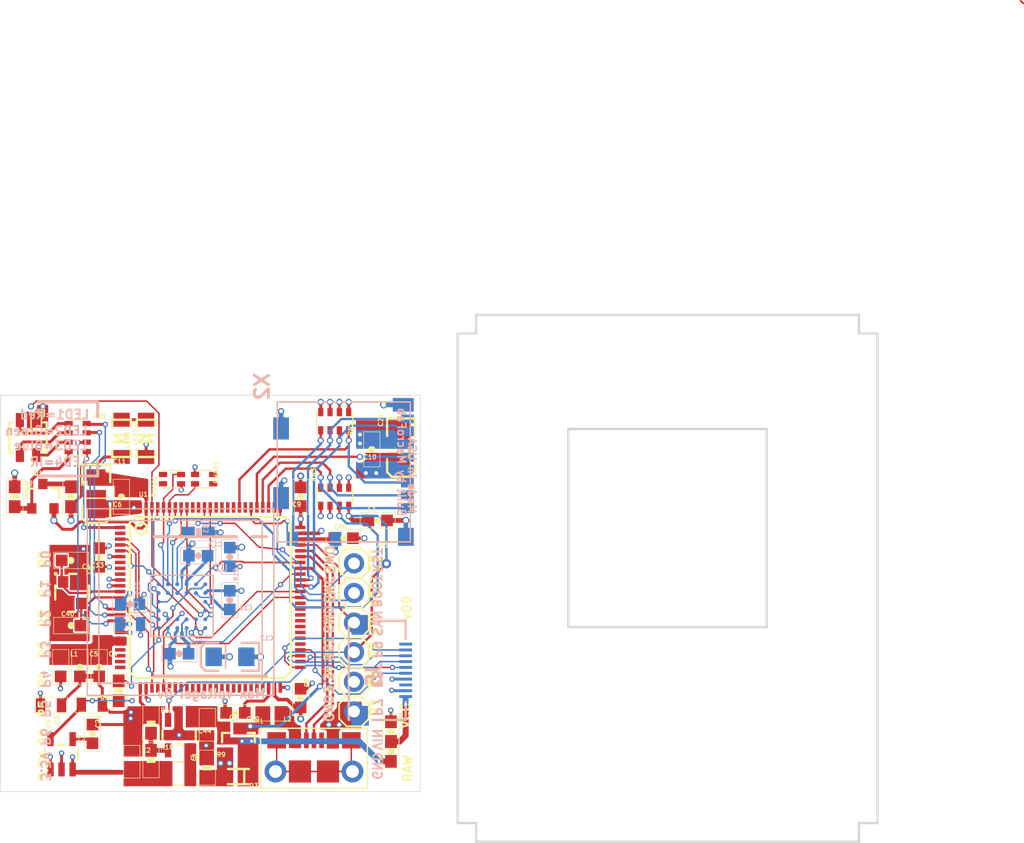
<source format=kicad_pcb>
(kicad_pcb (version 20171130) (host pcbnew "(5.1.4)-1")
  (layers (0 Top signal) (1 GND signal hide) (2 VCC signal hide) (31 Bottom signal) (34 B.Paste user hide) (35 F.Paste user hide) (36 B.SilkS user hide) (37 F.SilkS user hide) (38 B.Mask user hide) (39 F.Mask user hide) (44 Edge.Cuts user))
  (net 0 "")
  (net 1 GND)
  (net 2 VBUS)
  (net 3 VCC)
  (net 4 RAW)
  (net 5 VIN)
  (net 6 "Net-(C40-Pad2)")
  (net 7 "Net-(C41-Pad2)")
  (net 8 "Net-(C4-Pad1)")
  (net 9 /SDIO_D2)
  (net 10 /SDIO_D3)
  (net 11 /NRST)
  (net 12 /BOOT0)
  (net 13 /SDIO_CMD)
  (net 14 /SDIO_D0)
  (net 15 /SDIO_D1)
  (net 16 /SD_CD)
  (net 17 "Net-(Q1-Pad1)")
  (net 18 "Net-(Q1-Pad3)")
  (net 19 "Net-(LED1-PadB)")
  (net 20 "Net-(LED1-PadG)")
  (net 21 "Net-(LED1-PadR)")
  (net 22 "Net-(C48-Pad1)")
  (net 23 "Net-(C49-Pad1)")
  (net 24 /TIM4_CH1)
  (net 25 /TIM4_CH2)
  (net 26 /TIM4_CH3)
  (net 27 /DAC)
  (net 28 /I2C2_SDA)
  (net 29 /I2C2_SCL)
  (net 30 /SPI2_NSS)
  (net 31 /SPI2_SCLK)
  (net 32 /SPI2_MISO)
  (net 33 /SPI2_MOSI)
  (net 34 "Net-(LED3-PadC)")
  (net 35 /DCMI_D3)
  (net 36 /DCMI_D2)
  (net 37 /I2C1_SDA)
  (net 38 /I2C1_SCL)
  (net 39 /DCMI_VSYNC)
  (net 40 /DCMI_D5)
  (net 41 /SPI3_MOSI)
  (net 42 /SPI3_MISO)
  (net 43 /SPI3_SCLK/TRACESWO)
  (net 44 /DCMI_PWDN)
  (net 45 /UART2_RX)
  (net 46 /UART2_TX)
  (net 47 /GPIO2)
  (net 48 /GPIO1)
  (net 49 /GPIO3)
  (net 50 /SDIO_CLK)
  (net 51 /SPI3_SSEL)
  (net 52 /SWCLK)
  (net 53 /SWDIO)
  (net 54 /FS_DP)
  (net 55 /FS_DM)
  (net 56 /DCMI_RST)
  (net 57 /DCMI_CLK)
  (net 58 /DCMI_D1)
  (net 59 /DCMI_D0)
  (net 60 "Net-(U1-Pad62)")
  (net 61 "Net-(U1-Pad58)")
  (net 62 "Net-(U1-Pad57)")
  (net 63 /FREX)
  (net 64 /EXPST)
  (net 65 "Net-(U1-Pad45)")
  (net 66 "Net-(U1-Pad44)")
  (net 67 "Net-(U1-Pad43)")
  (net 68 "Net-(U1-Pad42)")
  (net 69 "Net-(U1-Pad41)")
  (net 70 "Net-(U1-Pad40)")
  (net 71 "Net-(U1-Pad39)")
  (net 72 "Net-(U1-Pad38)")
  (net 73 "Net-(U1-Pad37)")
  (net 74 "Net-(U1-Pad36)")
  (net 75 "Net-(U1-Pad35)")
  (net 76 "Net-(U1-Pad34)")
  (net 77 "Net-(U1-Pad33)")
  (net 78 "Net-(U1-Pad32)")
  (net 79 "Net-(U1-Pad31)")
  (net 80 /DCMI_PCLK)
  (net 81 /DCMI_HSYNC)
  (net 82 "Net-(U1-Pad25)")
  (net 83 "Net-(U1-Pad24)")
  (net 84 "Net-(U1-Pad23)")
  (net 85 "Net-(U1-Pad22)")
  (net 86 "Net-(U1-Pad18)")
  (net 87 /LED_B)
  (net 88 /LED_G)
  (net 89 /LED_R)
  (net 90 "Net-(U1-Pad9)")
  (net 91 "Net-(U1-Pad8)")
  (net 92 "Net-(U1-Pad7)")
  (net 93 /DCMI_D7)
  (net 94 /DCMI_D6)
  (net 95 /DCMI_D4)
  (net 96 "Net-(U1-Pad2)")
  (net 97 /LED_IR)
  (net 98 "Net-(L2-Pad1)")
  (net 99 "Net-(L3-Pad1)")
  (net 100 "Net-(R10-Pad1)")
  (net 101 "Net-(X1-PadS1)")
  (net 102 "Net-(X1-Pad4)")
  (net 103 "Net-(U2-PadE2)")
  (net 104 "Net-(U2-PadA6)")
  (net 105 "Net-(C16-Pad1)")
  (net 106 "Net-(C17-Pad1)")
  (net 107 "Net-(C15-Pad1)")
  (net 108 "Net-(C7-Pad1)")
  (net 109 VDDA)
  (net 110 "Net-(LED2-PadC)")
  (net 111 /DCMI_FSIN)
  (net 112 /PWR_EN)
  (net 113 /FSIN)
  (net 114 "Net-(J5-Pad10)")
  (net 115 "Net-(J5-Pad3)")
  (net 116 "Net-(R4-Pad2)")
  (net 117 "Net-(J5-Pad1)")
  (module base:0603-RES (layer Top) (at 163.98962 122.359541 270)
    (fp_text reference R7 hide)
    (fp_text value 0)
    (pad 2 smd rect (at 0.85 0 270) (size 1.1 1) (layers Top F.Paste F.Mask) (net 117 "Net-(J5-Pad1)"))
    (pad 1 smd rect (at -0.85 0 270) (size 1.1 1) (layers Top F.Paste F.Mask) (net 3 VCC))
  )
  (module base:0603-RES (layer Top) (at 163.99002 124.05868 270)
    (fp_text reference R6 hide)
    (fp_text value 0)
    (pad 2 smd rect (at 0.85 0 270) (size 1.1 1) (layers Top F.Paste F.Mask) (net 4 RAW))
    (pad 1 smd rect (at -0.85 0 270) (size 1.1 1) (layers Top F.Paste F.Mask) (net 117 "Net-(J5-Pad1)"))
  )
  (module XF2M-1015-1A:XF2M-1015-1A (layer Bottom) (at 165.25 117.1 90)
    (fp_text reference J5 (at -0.37186 -2.68404 90) (layer B.SilkS) (effects (font (size 1.27 1.27) (thickness 0.254)) (justify mirror)))
    (fp_text value XF2M-1015-1A hide)
    (pad 12 smd rect (at 3.9 -3.9) (size 1.5 1.7) (layers Bottom B.Paste B.Mask))
    (pad 11 smd rect (at -3.9 -3.9) (size 1.5 1.7) (layers Bottom B.Paste B.Mask))
    (pad 10 smd rect (at 2.25 0 90) (size 0.25 1.1) (layers Bottom B.Paste B.Mask) (net 114 "Net-(J5-Pad10)"))
    (pad 9 smd rect (at 1.75 0 90) (size 0.25 1.1) (layers Bottom B.Paste B.Mask) (net 30 /SPI2_NSS))
    (pad 8 smd rect (at 1.25 0 90) (size 0.25 1.1) (layers Bottom B.Paste B.Mask) (net 31 /SPI2_SCLK))
    (pad 7 smd rect (at 0.75 0 90) (size 0.25 1.1) (layers Bottom B.Paste B.Mask) (net 32 /SPI2_MISO))
    (pad 6 smd rect (at 0.25 0 90) (size 0.25 1.1) (layers Bottom B.Paste B.Mask) (net 112 /PWR_EN))
    (pad 5 smd rect (at -0.25 0 90) (size 0.25 1.1) (layers Bottom B.Paste B.Mask) (net 33 /SPI2_MOSI))
    (pad 4 smd rect (at -0.75 0 90) (size 0.25 1.1) (layers Bottom B.Paste B.Mask) (net 1 GND))
    (pad 3 smd rect (at -1.25 0 90) (size 0.25 1.1) (layers Bottom B.Paste B.Mask) (net 115 "Net-(J5-Pad3)"))
    (pad 2 smd rect (at -1.75 0 90) (size 0.25 1.1) (layers Bottom B.Paste B.Mask) (net 1 GND))
    (pad 1 smd rect (at -2.25 0 90) (size 0.25 1.1) (layers Bottom B.Paste B.Mask) (net 117 "Net-(J5-Pad1)"))
  )
  (module base:0603-RES (layer Top) (at 140.65 118.85 90)
    (fp_text reference R4 (at -0.889 -0.762) (layer F.SilkS) (effects (font (size 0.38608 0.38608) (thickness 0.077216)) (justify right bottom)))
    (fp_text value 0)
    (pad 2 smd rect (at 0.85 0 90) (size 1.1 1) (layers Top F.Paste F.Mask) (net 116 "Net-(R4-Pad2)"))
    (pad 1 smd rect (at -0.85 0 90) (size 1.1 1) (layers Top F.Paste F.Mask) (net 109 VDDA))
  )
  (module openmv3:0603-CAP (layer Bottom) (at 141.6214 111.4289 180)
    (fp_text reference C19 (at -0.889 0.762 90) (layer B.SilkS) (effects (font (size 0.38608 0.38608) (thickness 0.077216)) (justify right bottom mirror)))
    (fp_text value 0.1uF)
    (pad 2 smd rect (at 0.8 0 180) (size 1 1) (layers Bottom B.Paste B.Mask) (net 1 GND))
    (pad 1 smd rect (at -0.8 0 180) (size 1 1) (layers Bottom B.Paste B.Mask) (net 3 VCC))
  )
  (module base:0603-RES (layer Bottom) (at 147.4751 105.2704 180)
    (fp_text reference R3 (at -0.889 0.762 270) (layer B.SilkS) (effects (font (size 0.38608 0.38608) (thickness 0.077216)) (justify left bottom mirror)))
    (fp_text value 10K)
    (pad 2 smd rect (at 0.85 0 180) (size 1.1 1) (layers Bottom B.Paste B.Mask) (net 111 /DCMI_FSIN))
    (pad 1 smd rect (at -0.85 0 180) (size 1.1 1) (layers Bottom B.Paste B.Mask) (net 1 GND))
  )
  (module openmv3:CSP2-28 (layer Bottom) (at 146.0711 111.5714 180)
    (fp_text reference U2 (at -2.7 2.9) (layer B.SilkS) (effects (font (size 0.57912 0.57912) (thickness 0.115824)) (justify right bottom mirror)))
    (fp_text value OV7725)
    (pad E5 smd roundrect (at 1.2 -1.15 180) (size 0.34 0.34) (layers Bottom B.Paste B.Mask) (roundrect_rratio 0.5) (net 3 VCC))
    (pad E4 smd roundrect (at 0.4 -1.15 180) (size 0.34 0.34) (layers Bottom B.Paste B.Mask) (roundrect_rratio 0.5) (net 80 /DCMI_PCLK))
    (pad E3 smd roundrect (at -0.4 -1.15 180) (size 0.34 0.34) (layers Bottom B.Paste B.Mask) (roundrect_rratio 0.5) (net 107 "Net-(C15-Pad1)"))
    (pad E2 smd roundrect (at -1.2 -1.15 180) (size 0.34 0.34) (layers Bottom B.Paste B.Mask) (roundrect_rratio 0.5) (net 103 "Net-(U2-PadE2)"))
    (pad F6 smd roundrect (at 2 -1.9 180) (size 0.34 0.34) (layers Bottom B.Paste B.Mask) (roundrect_rratio 0.5) (net 94 /DCMI_D6))
    (pad E6 smd roundrect (at 2 -1.15 180) (size 0.34 0.34) (layers Bottom B.Paste B.Mask) (roundrect_rratio 0.5) (net 95 /DCMI_D4))
    (pad D6 smd roundrect (at 2 -0.4 180) (size 0.34 0.34) (layers Bottom B.Paste B.Mask) (roundrect_rratio 0.5) (net 36 /DCMI_D2))
    (pad C6 smd roundrect (at 2 0.35 180) (size 0.34 0.34) (layers Bottom B.Paste B.Mask) (roundrect_rratio 0.5) (net 39 /DCMI_VSYNC))
    (pad F5 smd roundrect (at 1.2 -1.9 180) (size 0.34 0.34) (layers Bottom B.Paste B.Mask) (roundrect_rratio 0.5) (net 59 /DCMI_D0))
    (pad F4 smd roundrect (at 0.4 -1.9 180) (size 0.34 0.34) (layers Bottom B.Paste B.Mask) (roundrect_rratio 0.5) (net 1 GND))
    (pad F3 smd roundrect (at -0.4 -1.9 180) (size 0.34 0.34) (layers Bottom B.Paste B.Mask) (roundrect_rratio 0.5) (net 57 /DCMI_CLK))
    (pad F2 smd roundrect (at -1.2 -1.9 180) (size 0.34 0.34) (layers Bottom B.Paste B.Mask) (roundrect_rratio 0.5) (net 58 /DCMI_D1))
    (pad D1 smd roundrect (at -2 -0.4 180) (size 0.34 0.34) (layers Bottom B.Paste B.Mask) (roundrect_rratio 0.5) (net 35 /DCMI_D3))
    (pad F1 smd roundrect (at -2 -1.9 180) (size 0.34 0.34) (layers Bottom B.Paste B.Mask) (roundrect_rratio 0.5) (net 93 /DCMI_D7))
    (pad E1 smd roundrect (at -2 -1.15 180) (size 0.34 0.34) (layers Bottom B.Paste B.Mask) (roundrect_rratio 0.5) (net 40 /DCMI_D5))
    (pad C1 smd roundrect (at -2 0.35 180) (size 0.34 0.34) (layers Bottom B.Paste B.Mask) (roundrect_rratio 0.5) (net 44 /DCMI_PWDN))
    (pad B6 smd roundrect (at 2 1.1 180) (size 0.34 0.34) (layers Bottom B.Paste B.Mask) (roundrect_rratio 0.5) (net 81 /DCMI_HSYNC))
    (pad B5 smd roundrect (at 1.2 1.1 180) (size 0.34 0.34) (layers Bottom B.Paste B.Mask) (roundrect_rratio 0.5) (net 37 /I2C1_SDA))
    (pad B4 smd roundrect (at 0.4 1.1 180) (size 0.34 0.34) (layers Bottom B.Paste B.Mask) (roundrect_rratio 0.5) (net 1 GND))
    (pad B3 smd roundrect (at -0.4 1.1 180) (size 0.34 0.34) (layers Bottom B.Paste B.Mask) (roundrect_rratio 0.5) (net 116 "Net-(R4-Pad2)"))
    (pad B2 smd roundrect (at -1.2 1.1 180) (size 0.34 0.34) (layers Bottom B.Paste B.Mask) (roundrect_rratio 0.5) (net 105 "Net-(C16-Pad1)"))
    (pad B1 smd roundrect (at -2 1.1 180) (size 0.34 0.34) (layers Bottom B.Paste B.Mask) (roundrect_rratio 0.5) (net 1 GND))
    (pad A6 smd roundrect (at 2 1.85 180) (size 0.34 0.34) (layers Bottom B.Paste B.Mask) (roundrect_rratio 0.5) (net 104 "Net-(U2-PadA6)"))
    (pad A5 smd roundrect (at 1.2 1.85 180) (size 0.34 0.34) (layers Bottom B.Paste B.Mask) (roundrect_rratio 0.5) (net 38 /I2C1_SCL))
    (pad A4 smd roundrect (at 0.4 1.85 180) (size 0.34 0.34) (layers Bottom B.Paste B.Mask) (roundrect_rratio 0.5) (net 111 /DCMI_FSIN))
    (pad A3 smd roundrect (at -0.4 1.85 180) (size 0.34 0.34) (layers Bottom B.Paste B.Mask) (roundrect_rratio 0.5) (net 106 "Net-(C17-Pad1)"))
    (pad A2 smd roundrect (at -1.2 1.85 180) (size 0.34 0.34) (layers Bottom B.Paste B.Mask) (roundrect_rratio 0.5) (net 56 /DCMI_RST))
    (pad A1 smd roundrect (at -2 1.85 180) (size 0.34 0.34) (layers Bottom B.Paste B.Mask) (roundrect_rratio 0.5) (net 116 "Net-(R4-Pad2)"))
  )
  (module openmv3:EXBV4V (layer Top) (at 147.975 100.7 270)
    (fp_text reference RN4B1 (at -1.5875 -1.27 90) (layer F.SilkS) (effects (font (size 0.38608 0.38608) (thickness 0.077216)) (justify right bottom)))
    (fp_text value 4.7K)
    (pad 4 smd rect (at -0.4 -0.775 90) (size 0.45 0.7) (layers Top F.Paste F.Mask))
    (pad 3 smd rect (at 0.4 -0.775 90) (size 0.45 0.7) (layers Top F.Paste F.Mask))
    (pad 2 smd rect (at 0.4 0.775 270) (size 0.45 0.7) (layers Top F.Paste F.Mask) (net 38 /I2C1_SCL))
    (pad 1 smd rect (at -0.4 0.775 270) (size 0.45 0.7) (layers Top F.Paste F.Mask) (net 3 VCC))
  )
  (module openmv3:EXBV4V (layer Top) (at 145.225 100.7 90)
    (fp_text reference RN4A1 (at -1.5875 -1.27 90) (layer F.SilkS) (effects (font (size 0.38608 0.38608) (thickness 0.077216)) (justify left bottom)))
    (fp_text value 4.7K)
    (pad 4 smd rect (at -0.4 -0.775 270) (size 0.45 0.7) (layers Top F.Paste F.Mask))
    (pad 3 smd rect (at 0.4 -0.775 270) (size 0.45 0.7) (layers Top F.Paste F.Mask))
    (pad 2 smd rect (at 0.4 0.775 90) (size 0.45 0.7) (layers Top F.Paste F.Mask) (net 37 /I2C1_SDA))
    (pad 1 smd rect (at -0.4 0.775 90) (size 0.45 0.7) (layers Top F.Paste F.Mask) (net 3 VCC))
  )
  (module base:SOT23-5 (layer Top) (at 135.75 124.2999)
    (fp_text reference U5 (at -0.889 -2.159 -270) (layer F.SilkS) (effects (font (size 0.38608 0.38608) (thickness 0.077216)) (justify left bottom)))
    (fp_text value TPS731XX)
    (pad 5 smd rect (at -0.95 -1.3001) (size 0.55 1.2) (layers Top F.Paste F.Mask) (net 109 VDDA))
    (pad 4 smd rect (at 0.95 -1.3001) (size 0.55 1.2) (layers Top F.Paste F.Mask) (net 108 "Net-(C7-Pad1)"))
    (pad 3 smd rect (at 0.95 1.3001) (size 0.55 1.2) (layers Top F.Paste F.Mask) (net 3 VCC))
    (pad 2 smd rect (at 0 1.3001) (size 0.55 1.2) (layers Top F.Paste F.Mask) (net 1 GND))
    (pad 1 smd rect (at -0.95 1.3001) (size 0.55 1.2) (layers Top F.Paste F.Mask) (net 3 VCC))
  )
  (module base:LED-1206 (layer Top) (at 140.9 97.2 270)
    (fp_text reference LED3 (at -0.889 -1.397 270) (layer F.SilkS) (effects (font (size 0.38608 0.38608) (thickness 0.077216)) (justify right bottom)))
    (fp_text value VSMY12850)
    (pad C smd rect (at 1.6 0 270) (size 1.2 1.4) (layers Top F.Paste F.Mask) (net 34 "Net-(LED3-PadC)"))
    (pad A smd rect (at -1.6 0 270) (size 1.2 1.4) (layers Top F.Paste F.Mask) (net 110 "Net-(LED2-PadC)"))
  )
  (module base:LED-1206 (layer Top) (at 143 97.2 90)
    (fp_text reference LED2 (at -0.889 -1.397 -90) (layer F.SilkS) (effects (font (size 0.38608 0.38608) (thickness 0.077216)) (justify left bottom)))
    (fp_text value VSMY12850)
    (pad C smd rect (at 1.6 0 90) (size 1.2 1.4) (layers Top F.Paste F.Mask) (net 110 "Net-(LED2-PadC)"))
    (pad A smd rect (at -1.6 0 90) (size 1.2 1.4) (layers Top F.Paste F.Mask) (net 3 VCC))
  )
  (module base:0805 (layer Top) (at 138.35 120.05 180)
    (fp_text reference C22 (at -0.762 -0.8255 270) (layer F.SilkS) (effects (font (size 0.38608 0.38608) (thickness 0.077216)) (justify right bottom)))
    (fp_text value 10uF)
    (pad 2 smd rect (at 0.9 0 180) (size 0.8 1.2) (layers Top F.Paste F.Mask) (net 109 VDDA))
    (pad 1 smd rect (at -0.9 0 180) (size 0.8 1.2) (layers Top F.Paste F.Mask) (net 1 GND))
  )
  (module base:EIA3216 (layer Top) (at 164.86124 97.9932 270)
    (fp_text reference C21 (at -1.75006 1.524 90) (layer F.SilkS) (effects (font (size 0.38608 0.38608) (thickness 0.077216)) (justify left bottom)))
    (fp_text value 47uF)
    (pad A smd rect (at 1.4 0) (size 1.6 1.4) (layers Top F.Paste F.Mask) (net 3 VCC))
    (pad C smd rect (at -1.4 0) (size 1.6 1.4) (layers Top F.Paste F.Mask) (net 1 GND))
  )
  (module base:0603-CAP (layer Bottom) (at 150.1711 107.3714 90)
    (fp_text reference C18 (at -0.889 0.762 270) (layer B.SilkS) (effects (font (size 0.38608 0.38608) (thickness 0.077216)) (justify left bottom mirror)))
    (fp_text value 4.7uF)
    (pad 2 smd rect (at 0.8 0 90) (size 1 1) (layers Bottom B.Paste B.Mask) (net 1 GND))
    (pad 1 smd rect (at -0.8 0 90) (size 1 1) (layers Bottom B.Paste B.Mask) (net 3 VCC))
  )
  (module base:0603-CAP (layer Top) (at 138.4 122.55 90)
    (fp_text reference C7 (at -0.889 -0.762 90) (layer F.SilkS) (effects (font (size 0.38608 0.38608) (thickness 0.077216)) (justify left bottom)))
    (fp_text value 0.1uF)
    (pad 2 smd rect (at 0.8 0 90) (size 1 1) (layers Top F.Paste F.Mask) (net 1 GND))
    (pad 1 smd rect (at -0.8 0 90) (size 1 1) (layers Top F.Paste F.Mask) (net 108 "Net-(C7-Pad1)"))
  )
  (module base:0805 (layer Top) (at 134.85 120.1 180)
    (fp_text reference C3 (at -0.762 -0.8255 270) (layer F.SilkS) (effects (font (size 0.38608 0.38608) (thickness 0.077216)) (justify right bottom)))
    (fp_text value 10uF)
    (pad 2 smd rect (at 0.9 0 180) (size 0.8 1.2) (layers Top F.Paste F.Mask) (net 3 VCC))
    (pad 1 smd rect (at -0.9 0 180) (size 0.8 1.2) (layers Top F.Paste F.Mask) (net 1 GND))
  )
  (module openmv3:EIA3216 (layer Bottom) (at 150.1921 115.9384 180)
    (fp_text reference C12 (at -2.54 1.381) (layer B.SilkS) (effects (font (size 0.38608 0.38608) (thickness 0.077216)) (justify right bottom mirror)))
    (fp_text value 47uF)
    (pad A smd rect (at 1.4 0 90) (size 1.6 1.4) (layers Bottom B.Paste B.Mask) (net 3 VCC))
    (pad C smd rect (at -1.4 0 90) (size 1.6 1.4) (layers Bottom B.Paste B.Mask) (net 1 GND))
  )
  (module openmv3:0603-CAP (layer Bottom) (at 145.8441 115.6714 180)
    (fp_text reference C15 (at -0.889 0.762) (layer B.SilkS) (effects (font (size 0.38608 0.38608) (thickness 0.077216)) (justify right bottom mirror)))
    (fp_text value 0.1uF)
    (pad 2 smd rect (at 0.8 0 180) (size 1 1) (layers Bottom B.Paste B.Mask) (net 1 GND))
    (pad 1 smd rect (at -0.8 0 180) (size 1 1) (layers Bottom B.Paste B.Mask) (net 107 "Net-(C15-Pad1)"))
  )
  (module openmv3:0603-CAP (layer Bottom) (at 150.1711 111.0714 90)
    (fp_text reference C16 (at -0.889 0.762) (layer B.SilkS) (effects (font (size 0.38608 0.38608) (thickness 0.077216)) (justify right bottom mirror)))
    (fp_text value 0.1uF)
    (pad 2 smd rect (at 0.8 0 90) (size 1 1) (layers Bottom B.Paste B.Mask) (net 1 GND))
    (pad 1 smd rect (at -0.8 0 90) (size 1 1) (layers Bottom B.Paste B.Mask) (net 105 "Net-(C16-Pad1)"))
  )
  (module openmv3:0805 (layer Bottom) (at 141.6214 113.1289 180)
    (fp_text reference C20 (at -0.762 0.8255 90) (layer B.SilkS) (effects (font (size 0.38608 0.38608) (thickness 0.077216)) (justify right bottom mirror)))
    (fp_text value 22uF)
    (pad 2 smd rect (at 0.9 0 180) (size 0.8 1.2) (layers Bottom B.Paste B.Mask) (net 1 GND))
    (pad 1 smd rect (at -0.9 0 180) (size 0.8 1.2) (layers Bottom B.Paste B.Mask) (net 3 VCC))
  )
  (module openmv3:0603-CAP (layer Bottom) (at 147.471106 107.271371 180)
    (fp_text reference C17 (at -0.889 0.762) (layer B.SilkS) (effects (font (size 0.38608 0.38608) (thickness 0.077216)) (justify right bottom mirror)))
    (fp_text value 0.1uF)
    (pad 2 smd rect (at 0.8 0 180) (size 1 1) (layers Bottom B.Paste B.Mask) (net 1 GND))
    (pad 1 smd rect (at -0.8 0 180) (size 1 1) (layers Bottom B.Paste B.Mask) (net 106 "Net-(C17-Pad1)"))
  )
  (module base:LQFP100 (layer Top) (at 148.5011 110.8456)
    (fp_text reference U1 (at -6.175 -8.62) (layer F.SilkS) (effects (font (size 0.38608 0.38608) (thickness 0.077216)) (justify left bottom)))
    (fp_text value STM32H743VIT6)
    (pad 100 smd rect (at -6 -7.72) (size 0.3 0.9) (layers Top F.Paste F.Mask) (net 3 VCC))
    (pad 99 smd rect (at -5.5 -7.72) (size 0.3 0.9) (layers Top F.Paste F.Mask) (net 1 GND))
    (pad 98 smd rect (at -5 -7.72) (size 0.3 0.9) (layers Top F.Paste F.Mask) (net 35 /DCMI_D3))
    (pad 97 smd rect (at -4.5 -7.72) (size 0.3 0.9) (layers Top F.Paste F.Mask) (net 36 /DCMI_D2))
    (pad 96 smd rect (at -4 -7.72) (size 0.3 0.9) (layers Top F.Paste F.Mask) (net 37 /I2C1_SDA))
    (pad 95 smd rect (at -3.5 -7.72) (size 0.3 0.9) (layers Top F.Paste F.Mask) (net 38 /I2C1_SCL))
    (pad 94 smd rect (at -3 -7.72) (size 0.3 0.9) (layers Top F.Paste F.Mask) (net 12 /BOOT0))
    (pad 93 smd rect (at -2.5 -7.72) (size 0.3 0.9) (layers Top F.Paste F.Mask) (net 39 /DCMI_VSYNC))
    (pad 92 smd rect (at -2 -7.72) (size 0.3 0.9) (layers Top F.Paste F.Mask) (net 40 /DCMI_D5))
    (pad 91 smd rect (at -1.5 -7.72) (size 0.3 0.9) (layers Top F.Paste F.Mask) (net 41 /SPI3_MOSI))
    (pad 90 smd rect (at -1 -7.72) (size 0.3 0.9) (layers Top F.Paste F.Mask) (net 42 /SPI3_MISO))
    (pad 89 smd rect (at -0.5 -7.72) (size 0.3 0.9) (layers Top F.Paste F.Mask) (net 43 /SPI3_SCLK/TRACESWO))
    (pad 88 smd rect (at 0 -7.72) (size 0.3 0.9) (layers Top F.Paste F.Mask) (net 44 /DCMI_PWDN))
    (pad 87 smd rect (at 0.5 -7.72) (size 0.3 0.9) (layers Top F.Paste F.Mask) (net 45 /UART2_RX))
    (pad 86 smd rect (at 1 -7.72) (size 0.3 0.9) (layers Top F.Paste F.Mask) (net 46 /UART2_TX))
    (pad 85 smd rect (at 1.5 -7.72) (size 0.3 0.9) (layers Top F.Paste F.Mask) (net 47 /GPIO2))
    (pad 84 smd rect (at 2 -7.72) (size 0.3 0.9) (layers Top F.Paste F.Mask) (net 48 /GPIO1))
    (pad 83 smd rect (at 2.5 -7.72) (size 0.3 0.9) (layers Top F.Paste F.Mask) (net 13 /SDIO_CMD))
    (pad 82 smd rect (at 3 -7.72) (size 0.3 0.9) (layers Top F.Paste F.Mask) (net 49 /GPIO3))
    (pad 81 smd rect (at 3.5 -7.72) (size 0.3 0.9) (layers Top F.Paste F.Mask) (net 16 /SD_CD))
    (pad 80 smd rect (at 4 -7.72) (size 0.3 0.9) (layers Top F.Paste F.Mask) (net 50 /SDIO_CLK))
    (pad 79 smd rect (at 4.5 -7.72) (size 0.3 0.9) (layers Top F.Paste F.Mask) (net 10 /SDIO_D3))
    (pad 78 smd rect (at 5 -7.72) (size 0.3 0.9) (layers Top F.Paste F.Mask) (net 9 /SDIO_D2))
    (pad 77 smd rect (at 5.5 -7.72) (size 0.3 0.9) (layers Top F.Paste F.Mask) (net 51 /SPI3_SSEL))
    (pad 76 smd rect (at 6 -7.72) (size 0.3 0.9) (layers Top F.Paste F.Mask) (net 52 /SWCLK))
    (pad 75 smd rect (at 7.72 -6) (size 0.9 0.3) (layers Top F.Paste F.Mask) (net 3 VCC))
    (pad 74 smd rect (at 7.72 -5.5) (size 0.9 0.3) (layers Top F.Paste F.Mask) (net 1 GND))
    (pad 73 smd rect (at 7.72 -5) (size 0.9 0.3) (layers Top F.Paste F.Mask) (net 22 "Net-(C48-Pad1)"))
    (pad 72 smd rect (at 7.72 -4.5) (size 0.9 0.3) (layers Top F.Paste F.Mask) (net 53 /SWDIO))
    (pad 71 smd rect (at 7.72 -4) (size 0.9 0.3) (layers Top F.Paste F.Mask) (net 54 /FS_DP))
    (pad 70 smd rect (at 7.72 -3.5) (size 0.9 0.3) (layers Top F.Paste F.Mask) (net 55 /FS_DM))
    (pad 69 smd rect (at 7.72 -3) (size 0.9 0.3) (layers Top F.Paste F.Mask) (net 56 /DCMI_RST))
    (pad 68 smd rect (at 7.72 -2.5) (size 0.9 0.3) (layers Top F.Paste F.Mask) (net 2 VBUS))
    (pad 67 smd rect (at 7.72 -2) (size 0.9 0.3) (layers Top F.Paste F.Mask) (net 57 /DCMI_CLK))
    (pad 66 smd rect (at 7.72 -1.5) (size 0.9 0.3) (layers Top F.Paste F.Mask) (net 15 /SDIO_D1))
    (pad 65 smd rect (at 7.72 -1) (size 0.9 0.3) (layers Top F.Paste F.Mask) (net 14 /SDIO_D0))
    (pad 64 smd rect (at 7.72 -0.5) (size 0.9 0.3) (layers Top F.Paste F.Mask) (net 58 /DCMI_D1))
    (pad 63 smd rect (at 7.72 0) (size 0.9 0.3) (layers Top F.Paste F.Mask) (net 59 /DCMI_D0))
    (pad 62 smd rect (at 7.72 0.5) (size 0.9 0.3) (layers Top F.Paste F.Mask) (net 60 "Net-(U1-Pad62)"))
    (pad 61 smd rect (at 7.72 1) (size 0.9 0.3) (layers Top F.Paste F.Mask) (net 26 /TIM4_CH3))
    (pad 60 smd rect (at 7.72 1.5) (size 0.9 0.3) (layers Top F.Paste F.Mask) (net 25 /TIM4_CH2))
    (pad 59 smd rect (at 7.72 2) (size 0.9 0.3) (layers Top F.Paste F.Mask) (net 24 /TIM4_CH1))
    (pad 58 smd rect (at 7.72 2.5) (size 0.9 0.3) (layers Top F.Paste F.Mask) (net 61 "Net-(U1-Pad58)"))
    (pad 57 smd rect (at 7.72 3) (size 0.9 0.3) (layers Top F.Paste F.Mask) (net 62 "Net-(U1-Pad57)"))
    (pad 56 smd rect (at 7.72 3.5) (size 0.9 0.3) (layers Top F.Paste F.Mask) (net 63 /FREX))
    (pad 55 smd rect (at 7.72 4) (size 0.9 0.3) (layers Top F.Paste F.Mask) (net 64 /EXPST))
    (pad 54 smd rect (at 7.72 4.5) (size 0.9 0.3) (layers Top F.Paste F.Mask) (net 33 /SPI2_MOSI))
    (pad 53 smd rect (at 7.72 5) (size 0.9 0.3) (layers Top F.Paste F.Mask) (net 32 /SPI2_MISO))
    (pad 52 smd rect (at 7.72 5.5) (size 0.9 0.3) (layers Top F.Paste F.Mask) (net 31 /SPI2_SCLK))
    (pad 51 smd rect (at 7.72 6) (size 0.9 0.3) (layers Top F.Paste F.Mask) (net 30 /SPI2_NSS))
    (pad 50 smd rect (at 6 7.72) (size 0.3 0.9) (layers Top F.Paste F.Mask) (net 3 VCC))
    (pad 49 smd rect (at 5.5 7.72) (size 0.3 0.9) (layers Top F.Paste F.Mask) (net 1 GND))
    (pad 48 smd rect (at 5 7.72) (size 0.3 0.9) (layers Top F.Paste F.Mask) (net 23 "Net-(C49-Pad1)"))
    (pad 47 smd rect (at 4.5 7.72) (size 0.3 0.9) (layers Top F.Paste F.Mask) (net 28 /I2C2_SDA))
    (pad 46 smd rect (at 4 7.72) (size 0.3 0.9) (layers Top F.Paste F.Mask) (net 29 /I2C2_SCL))
    (pad 45 smd rect (at 3.5 7.72) (size 0.3 0.9) (layers Top F.Paste F.Mask) (net 65 "Net-(U1-Pad45)"))
    (pad 44 smd rect (at 3 7.72) (size 0.3 0.9) (layers Top F.Paste F.Mask) (net 66 "Net-(U1-Pad44)"))
    (pad 43 smd rect (at 2.5 7.72) (size 0.3 0.9) (layers Top F.Paste F.Mask) (net 67 "Net-(U1-Pad43)"))
    (pad 42 smd rect (at 2 7.72) (size 0.3 0.9) (layers Top F.Paste F.Mask) (net 68 "Net-(U1-Pad42)"))
    (pad 41 smd rect (at 1.5 7.72) (size 0.3 0.9) (layers Top F.Paste F.Mask) (net 69 "Net-(U1-Pad41)"))
    (pad 40 smd rect (at 1 7.72) (size 0.3 0.9) (layers Top F.Paste F.Mask) (net 70 "Net-(U1-Pad40)"))
    (pad 39 smd rect (at 0.5 7.72) (size 0.3 0.9) (layers Top F.Paste F.Mask) (net 71 "Net-(U1-Pad39)"))
    (pad 38 smd rect (at 0 7.72) (size 0.3 0.9) (layers Top F.Paste F.Mask) (net 72 "Net-(U1-Pad38)"))
    (pad 37 smd rect (at -0.5 7.72) (size 0.3 0.9) (layers Top F.Paste F.Mask) (net 73 "Net-(U1-Pad37)"))
    (pad 36 smd rect (at -1 7.72) (size 0.3 0.9) (layers Top F.Paste F.Mask) (net 74 "Net-(U1-Pad36)"))
    (pad 35 smd rect (at -1.5 7.72) (size 0.3 0.9) (layers Top F.Paste F.Mask) (net 75 "Net-(U1-Pad35)"))
    (pad 34 smd rect (at -2 7.72) (size 0.3 0.9) (layers Top F.Paste F.Mask) (net 76 "Net-(U1-Pad34)"))
    (pad 33 smd rect (at -2.5 7.72) (size 0.3 0.9) (layers Top F.Paste F.Mask) (net 77 "Net-(U1-Pad33)"))
    (pad 32 smd rect (at -3 7.72) (size 0.3 0.9) (layers Top F.Paste F.Mask) (net 78 "Net-(U1-Pad32)"))
    (pad 31 smd rect (at -3.5 7.72) (size 0.3 0.9) (layers Top F.Paste F.Mask) (net 79 "Net-(U1-Pad31)"))
    (pad 30 smd rect (at -4 7.72) (size 0.3 0.9) (layers Top F.Paste F.Mask) (net 80 /DCMI_PCLK))
    (pad 29 smd rect (at -4.5 7.72) (size 0.3 0.9) (layers Top F.Paste F.Mask) (net 27 /DAC))
    (pad 28 smd rect (at -5 7.72) (size 0.3 0.9) (layers Top F.Paste F.Mask) (net 81 /DCMI_HSYNC))
    (pad 27 smd rect (at -5.5 7.72) (size 0.3 0.9) (layers Top F.Paste F.Mask) (net 3 VCC))
    (pad 26 smd rect (at -6 7.72) (size 0.3 0.9) (layers Top F.Paste F.Mask) (net 1 GND))
    (pad 25 smd rect (at -7.72 6) (size 0.9 0.3) (layers Top F.Paste F.Mask) (net 82 "Net-(U1-Pad25)"))
    (pad 24 smd rect (at -7.72 5.5) (size 0.9 0.3) (layers Top F.Paste F.Mask) (net 83 "Net-(U1-Pad24)"))
    (pad 23 smd rect (at -7.72 5) (size 0.9 0.3) (layers Top F.Paste F.Mask) (net 84 "Net-(U1-Pad23)"))
    (pad 22 smd rect (at -7.72 4.5) (size 0.9 0.3) (layers Top F.Paste F.Mask) (net 85 "Net-(U1-Pad22)"))
    (pad 21 smd rect (at -7.72 4) (size 0.9 0.3) (layers Top F.Paste F.Mask) (net 8 "Net-(C4-Pad1)"))
    (pad 20 smd rect (at -7.72 3.5) (size 0.9 0.3) (layers Top F.Paste F.Mask) (net 8 "Net-(C4-Pad1)"))
    (pad 19 smd rect (at -7.72 3) (size 0.9 0.3) (layers Top F.Paste F.Mask) (net 1 GND))
    (pad 18 smd rect (at -7.72 2.5) (size 0.9 0.3) (layers Top F.Paste F.Mask) (net 86 "Net-(U1-Pad18)"))
    (pad 17 smd rect (at -7.72 2) (size 0.9 0.3) (layers Top F.Paste F.Mask) (net 87 /LED_B))
    (pad 16 smd rect (at -7.72 1.5) (size 0.9 0.3) (layers Top F.Paste F.Mask) (net 88 /LED_G))
    (pad 15 smd rect (at -7.72 1) (size 0.9 0.3) (layers Top F.Paste F.Mask) (net 89 /LED_R))
    (pad 14 smd rect (at -7.72 0.5) (size 0.9 0.3) (layers Top F.Paste F.Mask) (net 11 /NRST))
    (pad 13 smd rect (at -7.72 0) (size 0.9 0.3) (layers Top F.Paste F.Mask) (net 6 "Net-(C40-Pad2)"))
    (pad 12 smd rect (at -7.72 -0.5) (size 0.9 0.3) (layers Top F.Paste F.Mask) (net 7 "Net-(C41-Pad2)"))
    (pad 11 smd rect (at -7.72 -1) (size 0.9 0.3) (layers Top F.Paste F.Mask) (net 3 VCC))
    (pad 10 smd rect (at -7.72 -1.5) (size 0.9 0.3) (layers Top F.Paste F.Mask) (net 1 GND))
    (pad 9 smd rect (at -7.72 -2) (size 0.9 0.3) (layers Top F.Paste F.Mask) (net 90 "Net-(U1-Pad9)"))
    (pad 8 smd rect (at -7.72 -2.5) (size 0.9 0.3) (layers Top F.Paste F.Mask) (net 91 "Net-(U1-Pad8)"))
    (pad 7 smd rect (at -7.72 -3) (size 0.9 0.3) (layers Top F.Paste F.Mask) (net 92 "Net-(U1-Pad7)"))
    (pad 6 smd rect (at -7.72 -3.5) (size 0.9 0.3) (layers Top F.Paste F.Mask) (net 3 VCC))
    (pad 5 smd rect (at -7.72 -4) (size 0.9 0.3) (layers Top F.Paste F.Mask) (net 93 /DCMI_D7))
    (pad 4 smd rect (at -7.72 -4.5) (size 0.9 0.3) (layers Top F.Paste F.Mask) (net 94 /DCMI_D6))
    (pad 3 smd rect (at -7.72 -5) (size 0.9 0.3) (layers Top F.Paste F.Mask) (net 95 /DCMI_D4))
    (pad 2 smd rect (at -7.72 -5.5) (size 0.9 0.3) (layers Top F.Paste F.Mask) (net 96 "Net-(U1-Pad2)"))
    (pad 1 smd rect (at -7.72 -6) (size 0.9 0.3) (layers Top F.Paste F.Mask) (net 97 /LED_IR))
  )
  (module base:0603-CAP (layer Top) (at 162.8521 104.2416)
    (fp_text reference C1 (at -0.889 -0.762) (layer F.SilkS) (effects (font (size 0.38608 0.38608) (thickness 0.077216)) (justify left bottom)))
    (fp_text value 1uF)
    (pad 2 smd rect (at 0.8 0) (size 1 1) (layers Top F.Paste F.Mask) (net 1 GND))
    (pad 1 smd rect (at -0.8 0) (size 1 1) (layers Top F.Paste F.Mask) (net 11 /NRST))
  )
  (module base:0603-RES (layer Top) (at 131.7371 102.2096 270)
    (fp_text reference R2 (at -0.889 -0.762) (layer F.SilkS) (effects (font (size 0.38608 0.38608) (thickness 0.077216)) (justify left bottom)))
    (fp_text value 10K)
    (pad 2 smd rect (at 0.85 0 270) (size 1.1 1) (layers Top F.Paste F.Mask) (net 17 "Net-(Q1-Pad1)"))
    (pad 1 smd rect (at -0.85 0 270) (size 1.1 1) (layers Top F.Paste F.Mask) (net 1 GND))
  )
  (module base:EXBV8V (layer Top) (at 137.1346 97.1296 270)
    (fp_text reference RN1 (at -1.5875 -1.27) (layer F.SilkS) (effects (font (size 0.38608 0.38608) (thickness 0.077216)) (justify left bottom)))
    (fp_text value 220R hide)
    (pad 8 smd rect (at -1.2 -0.775 90) (size 0.45 0.7) (layers Top F.Paste F.Mask) (net 89 /LED_R))
    (pad 7 smd rect (at -0.4 -0.775 90) (size 0.45 0.7) (layers Top F.Paste F.Mask) (net 88 /LED_G))
    (pad 6 smd rect (at 0.4 -0.775 90) (size 0.45 0.7) (layers Top F.Paste F.Mask) (net 87 /LED_B))
    (pad 5 smd rect (at 1.2 -0.775 90) (size 0.45 0.7) (layers Top F.Paste F.Mask) (net 97 /LED_IR))
    (pad 4 smd rect (at 1.2 0.775 270) (size 0.45 0.7) (layers Top F.Paste F.Mask) (net 17 "Net-(Q1-Pad1)"))
    (pad 3 smd rect (at 0.4 0.775 270) (size 0.45 0.7) (layers Top F.Paste F.Mask) (net 19 "Net-(LED1-PadB)"))
    (pad 2 smd rect (at -0.4 0.775 270) (size 0.45 0.7) (layers Top F.Paste F.Mask) (net 20 "Net-(LED1-PadG)"))
    (pad 1 smd rect (at -1.2 0.775 270) (size 0.45 0.7) (layers Top F.Paste F.Mask) (net 21 "Net-(LED1-PadR)"))
  )
  (module base:EIA3216 (layer Top) (at 138.7221 101.9556 270)
    (fp_text reference C11 (at -2.54 -1.381) (layer F.SilkS) (effects (font (size 0.38608 0.38608) (thickness 0.077216)) (justify left bottom)))
    (fp_text value 47uF)
    (pad A smd rect (at 1.4 0) (size 1.6 1.4) (layers Top F.Paste F.Mask) (net 3 VCC))
    (pad C smd rect (at -1.4 0) (size 1.6 1.4) (layers Top F.Paste F.Mask) (net 1 GND))
  )
  (module base:0603-RES (layer Top) (at 136.5631 102.2096 270)
    (fp_text reference R1 (at -0.889 -0.762) (layer F.SilkS) (effects (font (size 0.38608 0.38608) (thickness 0.077216)) (justify left bottom)))
    (fp_text value 10R)
    (pad 2 smd rect (at 0.85 0 270) (size 1.1 1) (layers Top F.Paste F.Mask) (net 34 "Net-(LED3-PadC)"))
    (pad 1 smd rect (at -0.85 0 270) (size 1.1 1) (layers Top F.Paste F.Mask) (net 18 "Net-(Q1-Pad3)"))
  )
  (module base:EXBV8V (layer Top) (at 159.1691 102.2096)
    (fp_text reference RN3 (at -1.5875 -1.27 90) (layer F.SilkS) (effects (font (size 0.38608 0.38608) (thickness 0.077216)) (justify left bottom)))
    (fp_text value 10K)
    (pad 8 smd rect (at -1.2 -0.775 180) (size 0.45 0.7) (layers Top F.Paste F.Mask) (net 9 /SDIO_D2))
    (pad 7 smd rect (at -0.4 -0.775 180) (size 0.45 0.7) (layers Top F.Paste F.Mask) (net 10 /SDIO_D3))
    (pad 6 smd rect (at 0.4 -0.775 180) (size 0.45 0.7) (layers Top F.Paste F.Mask) (net 1 GND))
    (pad 5 smd rect (at 1.2 -0.775 180) (size 0.45 0.7) (layers Top F.Paste F.Mask) (net 3 VCC))
    (pad 4 smd rect (at 1.2 0.775) (size 0.45 0.7) (layers Top F.Paste F.Mask) (net 11 /NRST))
    (pad 3 smd rect (at 0.4 0.775) (size 0.45 0.7) (layers Top F.Paste F.Mask) (net 12 /BOOT0))
    (pad 2 smd rect (at -0.4 0.775) (size 0.45 0.7) (layers Top F.Paste F.Mask) (net 3 VCC))
    (pad 1 smd rect (at -1.2 0.775) (size 0.45 0.7) (layers Top F.Paste F.Mask) (net 3 VCC))
  )
  (module base:EXBV8V (layer Top) (at 159.1691 95.7326 180)
    (fp_text reference RN2 (at -1.5875 -1.27 90) (layer F.SilkS) (effects (font (size 0.38608 0.38608) (thickness 0.077216)) (justify left bottom)))
    (fp_text value 10K)
    (pad 8 smd rect (at -1.2 -0.775) (size 0.45 0.7) (layers Top F.Paste F.Mask) (net 13 /SDIO_CMD))
    (pad 7 smd rect (at -0.4 -0.775) (size 0.45 0.7) (layers Top F.Paste F.Mask) (net 14 /SDIO_D0))
    (pad 6 smd rect (at 0.4 -0.775) (size 0.45 0.7) (layers Top F.Paste F.Mask) (net 15 /SDIO_D1))
    (pad 5 smd rect (at 1.2 -0.775) (size 0.45 0.7) (layers Top F.Paste F.Mask) (net 16 /SD_CD))
    (pad 4 smd rect (at 1.2 0.775 180) (size 0.45 0.7) (layers Top F.Paste F.Mask) (net 3 VCC))
    (pad 3 smd rect (at 0.4 0.775 180) (size 0.45 0.7) (layers Top F.Paste F.Mask) (net 3 VCC))
    (pad 2 smd rect (at -0.4 0.775 180) (size 0.45 0.7) (layers Top F.Paste F.Mask) (net 3 VCC))
    (pad 1 smd rect (at -1.2 0.775 180) (size 0.45 0.7) (layers Top F.Paste F.Mask) (net 3 VCC))
  )
  (module base:SOT23-3 (layer Top) (at 134.1501 102.2096)
    (fp_text reference Q1 (at -0.8255 -1.778) (layer F.SilkS) (effects (font (size 0.38608 0.38608) (thickness 0.077216)) (justify left bottom)))
    (fp_text value BSS138)
    (pad 1 smd rect (at -0.95 1) (size 0.8 0.9) (layers Top F.Paste F.Mask) (net 17 "Net-(Q1-Pad1)"))
    (pad 2 smd rect (at 0.95 1) (size 0.8 0.9) (layers Top F.Paste F.Mask) (net 1 GND))
    (pad 3 smd rect (at 0 -1.1) (size 0.8 0.9) (layers Top F.Paste F.Mask) (net 18 "Net-(Q1-Pad3)"))
  )
  (module base:0603-CAP (layer Top) (at 156.2481 102.2096 90)
    (fp_text reference C9 (at -0.889 -0.762) (layer F.SilkS) (effects (font (size 0.38608 0.38608) (thickness 0.077216)) (justify left bottom)))
    (fp_text value 0.1uF)
    (pad 2 smd rect (at 0.8 0 90) (size 1 1) (layers Top F.Paste F.Mask) (net 1 GND))
    (pad 1 smd rect (at -0.8 0 90) (size 1 1) (layers Top F.Paste F.Mask) (net 3 VCC))
  )
  (module base:LED-TRICOLOR-SMD-MF (layer Top) (at 132.8801 97.1296)
    (fp_text reference LED1 (at -1.016 -0.127) (layer F.SilkS) (effects (font (size 0.38608 0.38608) (thickness 0.077216)) (justify left bottom)))
    (fp_text value LED-TRICOLOR)
    (pad B smd rect (at 0.7 1.5) (size 0.7 1.2) (layers Top F.Paste F.Mask) (net 19 "Net-(LED1-PadB)"))
    (pad G smd rect (at -0.7 1.5) (size 0.7 1.2) (layers Top F.Paste F.Mask) (net 20 "Net-(LED1-PadG)"))
    (pad A smd rect (at 0.7 -1.5) (size 0.7 1.2) (layers Top F.Paste F.Mask) (net 3 VCC))
    (pad R smd rect (at -0.7 -1.5) (size 0.7 1.2) (layers Top F.Paste F.Mask) (net 21 "Net-(LED1-PadR)"))
  )
  (module base:0603-CAP (layer Top) (at 162.3441 98.1456 90)
    (fp_text reference C10 (at -0.889 -0.762) (layer F.SilkS) (effects (font (size 0.38608 0.38608) (thickness 0.077216)) (justify left bottom)))
    (fp_text value 0.1uF)
    (pad 2 smd rect (at 0.8 0 90) (size 1 1) (layers Top F.Paste F.Mask) (net 1 GND))
    (pad 1 smd rect (at -0.8 0 90) (size 1 1) (layers Top F.Paste F.Mask) (net 3 VCC))
  )
  (module base:0603-CAP (layer Top) (at 140.8811 102.2096 90)
    (fp_text reference C6 (at -0.889 -0.762) (layer F.SilkS) (effects (font (size 0.38608 0.38608) (thickness 0.077216)) (justify left bottom)))
    (fp_text value 0.1uF)
    (pad 2 smd rect (at 0.8 0 90) (size 1 1) (layers Top F.Paste F.Mask) (net 1 GND))
    (pad 1 smd rect (at -0.8 0 90) (size 1 1) (layers Top F.Paste F.Mask) (net 3 VCC))
  )
  (module base:0603-CAP (layer Top) (at 136.5631 113.2586)
    (fp_text reference C40 (at -0.889 -0.762) (layer F.SilkS) (effects (font (size 0.38608 0.38608) (thickness 0.077216)) (justify left bottom)))
    (fp_text value 12pF)
    (pad 2 smd rect (at 0.8 0) (size 1 1) (layers Top F.Paste F.Mask) (net 6 "Net-(C40-Pad2)"))
    (pad 1 smd rect (at -0.8 0) (size 1 1) (layers Top F.Paste F.Mask) (net 1 GND))
  )
  (module base:0603-CAP (layer Top) (at 136.5631 107.6706 180)
    (fp_text reference C41 (at -0.889 -0.762) (layer F.SilkS) (effects (font (size 0.38608 0.38608) (thickness 0.077216)) (justify left bottom)))
    (fp_text value 12pF)
    (pad 2 smd rect (at 0.8 0 180) (size 1 1) (layers Top F.Paste F.Mask) (net 7 "Net-(C41-Pad2)"))
    (pad 1 smd rect (at -0.8 0 180) (size 1 1) (layers Top F.Paste F.Mask) (net 1 GND))
  )
  (module base:0603-CAP (layer Top) (at 138.9761 116.8146 270)
    (fp_text reference C4 (at -0.889 -0.762) (layer F.SilkS) (effects (font (size 0.38608 0.38608) (thickness 0.077216)) (justify left bottom)))
    (fp_text value 1uF)
    (pad 2 smd rect (at 0.8 0 270) (size 1 1) (layers Top F.Paste F.Mask) (net 1 GND))
    (pad 1 smd rect (at -0.8 0 270) (size 1 1) (layers Top F.Paste F.Mask) (net 8 "Net-(C4-Pad1)"))
  )
  (module base:0603-CAP (layer Top) (at 137.3251 116.8146 270)
    (fp_text reference C5 (at -0.889 -0.762) (layer F.SilkS) (effects (font (size 0.38608 0.38608) (thickness 0.077216)) (justify left bottom)))
    (fp_text value 0.1uF)
    (pad 2 smd rect (at 0.8 0 270) (size 1 1) (layers Top F.Paste F.Mask) (net 1 GND))
    (pad 1 smd rect (at -0.8 0 270) (size 1 1) (layers Top F.Paste F.Mask) (net 8 "Net-(C4-Pad1)"))
  )
  (module base:0603-CAP (layer Top) (at 156.2481 119.4816 270)
    (fp_text reference C8 (at -0.889 -0.762 90) (layer F.SilkS) (effects (font (size 0.38608 0.38608) (thickness 0.077216)) (justify left bottom)))
    (fp_text value 0.1uF)
    (pad 2 smd rect (at 0.8 0 270) (size 1 1) (layers Top F.Paste F.Mask) (net 1 GND))
    (pad 1 smd rect (at -0.8 0 270) (size 1 1) (layers Top F.Paste F.Mask) (net 3 VCC))
  )
  (module base:0603-CAP (layer Top) (at 138.9761 107.4166 90)
    (fp_text reference C13 (at -0.889 -0.762) (layer F.SilkS) (effects (font (size 0.38608 0.38608) (thickness 0.077216)) (justify left bottom)))
    (fp_text value 0.1uF)
    (pad 2 smd rect (at 0.8 0 90) (size 1 1) (layers Top F.Paste F.Mask) (net 1 GND))
    (pad 1 smd rect (at -0.8 0 90) (size 1 1) (layers Top F.Paste F.Mask) (net 3 VCC))
  )
  (module base:0603 (layer Top) (at 135.6741 116.8146 270)
    (fp_text reference L1 (at -0.889 -0.762) (layer F.SilkS) (effects (font (size 0.38608 0.38608) (thickness 0.077216)) (justify left bottom)))
    (fp_text value MPZ1608S181ATAH0)
    (pad 2 smd rect (at 0.8 0 270) (size 1 1) (layers Top F.Paste F.Mask) (net 3 VCC))
    (pad 1 smd rect (at -0.8 0 270) (size 1 1) (layers Top F.Paste F.Mask) (net 8 "Net-(C4-Pad1)"))
  )
  (module base:CRYSTAL-2.5X2.0 (layer Top) (at 136.6901 110.4646 270)
    (fp_text reference Y1 (at -1.478 -1.624 90) (layer F.SilkS) (effects (font (size 0.38608 0.38608) (thickness 0.077216)) (justify left bottom)))
    (fp_text value 7S-12.000MAHE-T hide)
    (pad 2 smd rect (at 0.9 0.8 270) (size 1 0.9) (layers Top F.Paste F.Mask) (net 1 GND))
    (pad 3 smd rect (at 0.9 -0.75 270) (size 1 0.9) (layers Top F.Paste F.Mask) (net 6 "Net-(C40-Pad2)"))
    (pad 1 smd rect (at -0.95 0.8 270) (size 1 0.9) (layers Top F.Paste F.Mask) (net 7 "Net-(C41-Pad2)"))
    (pad 4 smd rect (at -0.95 -0.75 270) (size 1 0.9) (layers Top F.Paste F.Mask) (net 1 GND))
  )
  (module base:0603-CAP (layer Top) (at 159.9311 105.7656)
    (fp_text reference C48 (at -0.889 -0.762) (layer F.SilkS) (effects (font (size 0.38608 0.38608) (thickness 0.077216)) (justify left bottom)))
    (fp_text value 2.2uF)
    (pad 2 smd rect (at 0.8 0) (size 1 1) (layers Top F.Paste F.Mask) (net 1 GND))
    (pad 1 smd rect (at -0.8 0) (size 1 1) (layers Top F.Paste F.Mask) (net 22 "Net-(C48-Pad1)"))
  )
  (module base:0603-CAP (layer Top) (at 150.6601 120.7516 180)
    (fp_text reference C49 (at -0.889 -0.762) (layer F.SilkS) (effects (font (size 0.38608 0.38608) (thickness 0.077216)) (justify left bottom)))
    (fp_text value 2.2uF)
    (pad 2 smd rect (at 0.8 0 180) (size 1 1) (layers Top F.Paste F.Mask) (net 1 GND))
    (pad 1 smd rect (at -0.8 0 180) (size 1 1) (layers Top F.Paste F.Mask) (net 23 "Net-(C49-Pad1)"))
  )
  (module base:0603 (layer Top) (at 153.8351 120.7516 180)
    (fp_text reference L2 (at -0.889 -0.762) (layer F.SilkS) (effects (font (size 0.38608 0.38608) (thickness 0.077216)) (justify left bottom)))
    (fp_text value MPZ1608S181ATAH0)
    (pad 2 smd rect (at 0.8 0 180) (size 1 1) (layers Top F.Paste F.Mask) (net 2 VBUS))
    (pad 1 smd rect (at -0.8 0 180) (size 1 1) (layers Top F.Paste F.Mask) (net 98 "Net-(L2-Pad1)"))
  )
  (module base:0805 (layer Top) (at 148.2471 121.7676 90)
    (fp_text reference C44 (at -0.762 -0.8255) (layer F.SilkS) (effects (font (size 0.38608 0.38608) (thickness 0.077216)) (justify left bottom)))
    (fp_text value 22uF)
    (pad 2 smd rect (at 0.9 0 90) (size 0.8 1.2) (layers Top F.Paste F.Mask) (net 4 RAW))
    (pad 1 smd rect (at -0.9 0 90) (size 0.8 1.2) (layers Top F.Paste F.Mask) (net 1 GND))
  )
  (module base:0805 (layer Top) (at 141.7701 124.9426 270)
    (fp_text reference C2 (at -0.762 -0.8255) (layer F.SilkS) (effects (font (size 0.38608 0.38608) (thickness 0.077216)) (justify left bottom)))
    (fp_text value 22uF)
    (pad 2 smd rect (at 0.9 0 270) (size 0.8 1.2) (layers Top F.Paste F.Mask) (net 3 VCC))
    (pad 1 smd rect (at -0.9 0 270) (size 0.8 1.2) (layers Top F.Paste F.Mask) (net 1 GND))
  )
  (module base:1007 (layer Top) (at 145.8341 125.9586 270)
    (fp_text reference L3 (at -1 -1.6 90) (layer F.SilkS) (effects (font (size 0.38608 0.38608) (thickness 0.077216)) (justify left bottom)))
    (fp_text value 4.7uH/1.4A)
    (pad 2 smd rect (at 0 1 270) (size 2 0.8) (layers Top F.Paste F.Mask) (net 3 VCC))
    (pad 1 smd rect (at 0 -1 270) (size 2 0.8) (layers Top F.Paste F.Mask) (net 99 "Net-(L3-Pad1)"))
  )
  (module base:SOT23-3 (layer Top) (at 150.9141 123.1646)
    (fp_text reference Q2 (at -0.8255 -1.778) (layer F.SilkS) (effects (font (size 0.38608 0.38608) (thickness 0.077216)) (justify left bottom)))
    (fp_text value Si2301BDS)
    (pad 1 smd rect (at -0.95 1) (size 0.8 0.9) (layers Top F.Paste F.Mask) (net 5 VIN))
    (pad 2 smd rect (at 0.95 1) (size 0.8 0.9) (layers Top F.Paste F.Mask) (net 4 RAW))
    (pad 3 smd rect (at 0 -1.1) (size 0.8 0.9) (layers Top F.Paste F.Mask) (net 2 VBUS))
  )
  (module base:0603-RES (layer Top) (at 148.2471 125.4506 270)
    (fp_text reference R9 (at -0.889 -0.762) (layer F.SilkS) (effects (font (size 0.38608 0.38608) (thickness 0.077216)) (justify left bottom)))
    (fp_text value 10K)
    (pad 2 smd rect (at 0.85 0 270) (size 1.1 1) (layers Top F.Paste F.Mask) (net 5 VIN))
    (pad 1 smd rect (at -0.85 0 270) (size 1.1 1) (layers Top F.Paste F.Mask) (net 1 GND))
  )
  (module base:SOD-323 (layer Top) (at 150.9141 126.2126 180)
    (fp_text reference D3 (at -0.889 -1.016) (layer F.SilkS) (effects (font (size 0.38608 0.38608) (thickness 0.077216)) (justify left bottom)))
    (fp_text value SDM2U20SD3-7)
    (pad 2 smd rect (at 1.15 0 180) (size 0.63 0.83) (layers Top F.Paste F.Mask) (net 5 VIN))
    (pad 1 smd rect (at -1.15 0 180) (size 0.63 0.83) (layers Top F.Paste F.Mask) (net 4 RAW))
  )
  (module base:0603-RES (layer Top) (at 143.4211 124.8156 270)
    (fp_text reference R10 (at -0.889 -0.762) (layer F.SilkS) (effects (font (size 0.38608 0.38608) (thickness 0.077216)) (justify left bottom)))
    (fp_text value 453K)
    (pad 2 smd rect (at 0.85 0 270) (size 1.1 1) (layers Top F.Paste F.Mask) (net 3 VCC))
    (pad 1 smd rect (at -0.85 0 270) (size 1.1 1) (layers Top F.Paste F.Mask) (net 100 "Net-(R10-Pad1)"))
  )
  (module base:TSOT25 (layer Top) (at 145.8341 122.6566 180)
    (fp_text reference U8 (at -0.889 -2.159) (layer F.SilkS) (effects (font (size 0.38608 0.38608) (thickness 0.077216)) (justify left bottom)))
    (fp_text value PAM2305AABADJ)
    (pad 5 smd rect (at -0.95 -1.3001 180) (size 0.55 1.2) (layers Top F.Paste F.Mask) (net 99 "Net-(L3-Pad1)"))
    (pad 4 smd rect (at 0.95 -1.3001 180) (size 0.55 1.2) (layers Top F.Paste F.Mask) (net 100 "Net-(R10-Pad1)"))
    (pad 3 smd rect (at 0.95 1.3001 180) (size 0.55 1.2) (layers Top F.Paste F.Mask) (net 112 /PWR_EN))
    (pad 2 smd rect (at 0 1.3001 180) (size 0.55 1.2) (layers Top F.Paste F.Mask) (net 1 GND))
    (pad 1 smd rect (at -0.95 1.3001 180) (size 0.55 1.2) (layers Top F.Paste F.Mask) (net 4 RAW))
  )
  (module base:MICROUSB-RIGHT (layer Top) (at 157.3911 124.3711)
    (fp_text reference X1 (at -5.08 -2.7) (layer F.SilkS) (effects (font (size 0.38608 0.38608) (thickness 0.061772)) (justify left bottom)))
    (fp_text value MF-CON-MICROUSB-RIGHT hide)
    (pad S6 smd rect (at 1.2 1.405) (size 1.9 1.9) (layers Top F.Paste F.Mask) (net 101 "Net-(X1-PadS1)"))
    (pad S5 smd rect (at -1.2 1.405) (size 1.9 1.9) (layers Top F.Paste F.Mask) (net 101 "Net-(X1-PadS1)"))
    (pad S1 thru_hole circle (at -3.3 1.405 180) (size 1.87 1.87) (drill 1.1) (layers *.Cu *.Mask) (net 101 "Net-(X1-PadS1)"))
    (pad S2 thru_hole circle (at 3.3 1.405 180) (size 1.87 1.87) (drill 1.1) (layers *.Cu *.Mask) (net 101 "Net-(X1-PadS1)"))
    (pad S4 smd rect (at 3.2 -1.27 90) (size 1.4 1.6) (layers Top F.Paste F.Mask) (net 101 "Net-(X1-PadS1)"))
    (pad S3 smd rect (at -3.2 -1.27 90) (size 1.4 1.6) (layers Top F.Paste F.Mask) (net 101 "Net-(X1-PadS1)"))
    (pad 5 smd rect (at 1.3 -1.27 180) (size 0.4 1.35) (layers Top F.Paste F.Mask) (net 1 GND))
    (pad 1 smd rect (at -1.3 -1.27 180) (size 0.4 1.35) (layers Top F.Paste F.Mask) (net 98 "Net-(L2-Pad1)"))
    (pad 2 smd rect (at -0.65 -1.27 180) (size 0.4 1.35) (layers Top F.Paste F.Mask) (net 55 /FS_DM))
    (pad 4 smd rect (at 0.65 -1.27 180) (size 0.4 1.35) (layers Top F.Paste F.Mask) (net 102 "Net-(X1-Pad4)"))
    (pad 3 smd rect (at 0 -1.27 180) (size 0.4 1.35) (layers Top F.Paste F.Mask) (net 54 /FS_DP))
  )
  (module base:1040310811 (layer Bottom) (at 165.6461 94.0816 270)
    (fp_text reference X2 (at 0 12 270) (layer B.SilkS) (effects (font (size 1.2065 1.2065) (thickness 0.254)) (justify right bottom mirror)))
    (fp_text value USD-1040310811)
    (pad CD$2 smd rect (at 11.74 6.4 270) (size 1.2 1) (layers Bottom B.Paste B.Mask) (net 1 GND))
    (pad CD$1 smd rect (at 11.74 10.1 270) (size 1.2 1) (layers Bottom B.Paste B.Mask) (net 16 /SD_CD))
    (pad G$4 smd rect (at 8.24 11.075 90) (size 1.9 1.35) (layers Bottom B.Paste B.Mask) (net 1 GND))
    (pad G$3 smd rect (at 2.27 11.075 90) (size 1.9 1.35) (layers Bottom B.Paste B.Mask) (net 1 GND))
    (pad G$2 smd rect (at 0.245 0.6 180) (size 1.8 1.17) (layers Bottom B.Paste B.Mask) (net 1 GND))
    (pad P$8 smd rect (at 1.455 0.25 270) (size 0.75 1.1) (layers Bottom B.Paste B.Mask) (net 15 /SDIO_D1))
    (pad P$7 smd rect (at 2.505 0.25 270) (size 0.85 1.1) (layers Bottom B.Paste B.Mask) (net 14 /SDIO_D0))
    (pad P$6 smd rect (at 3.605 0.25 270) (size 0.85 1.1) (layers Bottom B.Paste B.Mask) (net 1 GND))
    (pad P$5 smd rect (at 4.705 0.25 270) (size 0.85 1.1) (layers Bottom B.Paste B.Mask) (net 50 /SDIO_CLK))
    (pad P$4 smd rect (at 5.805 0.25 270) (size 0.85 1.1) (layers Bottom B.Paste B.Mask) (net 3 VCC))
    (pad P$3 smd rect (at 6.905 0.25 270) (size 0.85 1.1) (layers Bottom B.Paste B.Mask) (net 13 /SDIO_CMD))
    (pad P$2 smd rect (at 8.005 0.25 270) (size 0.85 1.1) (layers Bottom B.Paste B.Mask) (net 10 /SDIO_D3))
    (pad P$1 smd rect (at 9.105 0.25 270) (size 0.85 1.1) (layers Bottom B.Paste B.Mask) (net 9 /SDIO_D2))
    (pad G$1 smd rect (at 11.565 0.375 270) (size 1.55 1.35) (layers Bottom B.Paste B.Mask) (net 1 GND))
  )
  (module base:0603-RES (layer Top) (at 143.4211 121.6406 270)
    (fp_text reference R5 (at -0.889 -0.762) (layer F.SilkS) (effects (font (size 0.38608 0.38608) (thickness 0.077216)) (justify left bottom)))
    (fp_text value 100K)
    (pad 2 smd rect (at 0.85 0 270) (size 1.1 1) (layers Top F.Paste F.Mask) (net 100 "Net-(R10-Pad1)"))
    (pad 1 smd rect (at -0.85 0 270) (size 1.1 1) (layers Top F.Paste F.Mask) (net 1 GND))
  )
  (module base:1X06 (layer Top) (at 160.8201 114.2746 270)
    (fp_text reference JP3 (at -7.6962 -1.8288) (layer F.SilkS) (effects (font (size 0.38608 0.38608) (thickness 0.077216)) (justify left bottom)))
    (fp_text value PINHD-1X6)
    (pad 6 thru_hole circle (at 6.35 0) (size 1.7272 1.7272) (drill 1.016) (layers *.Cu *.Mask) (net 1 GND))
    (pad 5 thru_hole circle (at 3.81 0) (size 1.7272 1.7272) (drill 1.016) (layers *.Cu *.Mask) (net 3 VCC))
    (pad 4 thru_hole circle (at 1.27 0) (size 1.7272 1.7272) (drill 1.016) (layers *.Cu *.Mask) (net 11 /NRST))
    (pad 3 thru_hole circle (at -1.27 0) (size 1.7272 1.7272) (drill 1.016) (layers *.Cu *.Mask) (net 53 /SWDIO))
    (pad 2 thru_hole circle (at -3.81 0) (size 1.7272 1.7272) (drill 1.016) (layers *.Cu *.Mask) (net 52 /SWCLK))
    (pad 1 thru_hole circle (at -6.35 0) (size 1.7272 1.7272) (drill 1.016) (layers *.Cu *.Mask) (net 43 /SPI3_SCLK/TRACESWO))
  )
  (gr_line (start 196.199999 113.399999) (end 179.199999 113.399999) (layer Edge.Cuts) (width 0.2))
  (gr_line (start 179.199999 96.4) (end 196.199999 96.4) (layer Edge.Cuts) (width 0.2))
  (gr_line (start 171.3 130.2) (end 169.699999 130.199999) (layer Edge.Cuts) (width 0.2))
  (gr_line (start 169.699999 130.199999) (end 169.699999 88.2) (layer Edge.Cuts) (width 0.2))
  (gr_line (start 179.199999 113.399999) (end 179.199999 96.4) (layer Edge.Cuts) (width 0.2))
  (gr_line (start 171.3 131.8) (end 171.3 130.2) (layer Edge.Cuts) (width 0.2))
  (gr_line (start 196.199999 96.4) (end 196.199999 113.399999) (layer Edge.Cuts) (width 0.2))
  (gr_line (start 169.699999 88.2) (end 171.3 88.2) (layer Edge.Cuts) (width 0.2))
  (gr_line (start 204.099998 130.199999) (end 204.099998 131.8) (layer Edge.Cuts) (width 0.2))
  (gr_line (start 205.699999 88.2) (end 205.699998 130.199999) (layer Edge.Cuts) (width 0.2))
  (gr_line (start 205.699998 130.199999) (end 204.099998 130.199999) (layer Edge.Cuts) (width 0.2))
  (gr_line (start 171.3 86.6) (end 204.099998 86.6) (layer Edge.Cuts) (width 0.2))
  (gr_line (start 204.099998 131.8) (end 171.3 131.8) (layer Edge.Cuts) (width 0.2))
  (gr_line (start 204.099998 88.2) (end 205.699999 88.2) (layer Edge.Cuts) (width 0.2))
  (gr_line (start 204.099998 86.6) (end 204.099998 88.2) (layer Edge.Cuts) (width 0.2))
  (gr_line (start 171.3 88.2) (end 171.3 86.6) (layer Edge.Cuts) (width 0.2))
  (gr_text v00 (at 165.80612 112.8776 90) (layer F.SilkS) (effects (font (size 0.77216 0.77216) (thickness 0.16256)) (justify left bottom)))
  (gr_text VCC (at 165.69436 122.18162 90) (layer F.SilkS) (effects (font (size 0.77216 0.77216) (thickness 0.16256)) (justify left bottom)))
  (gr_line (start 138.95 118.2) (end 138.9511 104.2394) (layer B.SilkS) (width 0.12))
  (gr_line (start 152.9511 118.2394) (end 138.95 118.2) (layer B.SilkS) (width 0.12))
  (gr_line (start 152.9511 104.2394) (end 152.9511 118.2394) (layer B.SilkS) (width 0.12))
  (gr_line (start 138.95 104.25) (end 152.9511 104.2394) (layer B.SilkS) (width 0.12))
  (gr_line (start 137.9511 119.2394) (end 137.9511 103.2394) (layer B.SilkS) (width 0.12))
  (gr_line (start 153.9511 119.2394) (end 137.9511 119.2394) (layer B.SilkS) (width 0.12))
  (gr_line (start 153.9511 103.2394) (end 153.9511 119.2394) (layer B.SilkS) (width 0.12))
  (gr_line (start 137.9511 103.2394) (end 153.9511 103.2394) (layer B.SilkS) (width 0.12))
  (gr_line (start 166.5 93.5) (end 130.5 93.5) (layer Edge.Cuts) (width 0.05))
  (gr_line (start 130.5 93.5) (end 130.5 127.5) (layer Edge.Cuts) (width 0.05))
  (gr_line (start 166.5 127.5) (end 166.5 93.5) (layer Edge.Cuts) (width 0.05))
  (gr_line (start 130.5 127.5) (end 166.5 127.5) (layer Edge.Cuts) (width 0.05))
  (gr_text P6 (at 134.6581 123.6726 90) (layer F.SilkS) (effects (font (size 0.77216 0.77216) (thickness 0.16256)) (justify left bottom)))
  (gr_text P4 (at 134.6581 118.7196 90) (layer F.SilkS) (effects (font (size 0.77216 0.77216) (thickness 0.16256)) (justify left bottom)))
  (gr_text P5 (at 134.6581 121.2596 90) (layer F.SilkS) (effects (font (size 0.77216 0.77216) (thickness 0.16256)) (justify left bottom)))
  (gr_text P3 (at 134.6581 116.1796 90) (layer F.SilkS) (effects (font (size 0.77216 0.77216) (thickness 0.16256)) (justify left bottom)))
  (gr_text P2 (at 134.6581 113.5126 90) (layer F.SilkS) (effects (font (size 0.77216 0.77216) (thickness 0.16256)) (justify left bottom)))
  (gr_text P1 (at 134.6581 110.9726 90) (layer F.SilkS) (effects (font (size 0.77216 0.77216) (thickness 0.16256)) (justify left bottom)))
  (gr_text SWD (at 159.1691 114.0206 90) (layer F.SilkS) (effects (font (size 0.77216 0.77216) (thickness 0.16256)) (justify left bottom)))
  (gr_text SWC (at 159.1691 111.4806 90) (layer F.SilkS) (effects (font (size 0.77216 0.77216) (thickness 0.16256)) (justify left bottom)))
  (gr_text BOOT (at 163.1061 111.7981 90) (layer F.SilkS) (effects (font (size 0.7239 0.7239) (thickness 0.1524)) (justify left bottom)))
  (gr_text RST (at 163.1061 108.8136 90) (layer F.SilkS) (effects (font (size 0.77216 0.77216) (thickness 0.16256)) (justify left bottom)))
  (gr_text P7 (at 163.1061 121.1326 90) (layer F.SilkS) (effects (font (size 0.77216 0.77216) (thickness 0.16256)) (justify left bottom)))
  (gr_text 3.3V (at 134.6581 126.7206 90) (layer F.SilkS) (effects (font (size 0.77216 0.77216) (thickness 0.16256)) (justify left bottom)))
  (gr_text RAW (at 165.8747 126.77902 90) (layer F.SilkS) (effects (font (size 0.77216 0.77216) (thickness 0.16256)) (justify left bottom)))
  (gr_text P8 (at 163.1061 118.7196 90) (layer F.SilkS) (effects (font (size 0.77216 0.77216) (thickness 0.16256)) (justify left bottom)))
  (gr_text P0 (at 134.6581 108.4326 90) (layer F.SilkS) (effects (font (size 0.77216 0.77216) (thickness 0.16256)) (justify left bottom)))
  (gr_text 3.3V (at 133.8961 126.7206 -90) (layer B.SilkS) (effects (font (size 0.77216 0.77216) (thickness 0.16256)) (justify left bottom mirror)))
  (gr_text P6 (at 133.8961 123.6726 -90) (layer B.SilkS) (effects (font (size 0.77216 0.77216) (thickness 0.16256)) (justify left bottom mirror)))
  (gr_text P5 (at 133.8961 121.2596 -90) (layer B.SilkS) (effects (font (size 0.77216 0.77216) (thickness 0.16256)) (justify left bottom mirror)))
  (gr_text P4 (at 133.8961 118.7196 -90) (layer B.SilkS) (effects (font (size 0.77216 0.77216) (thickness 0.16256)) (justify left bottom mirror)))
  (gr_text P3 (at 133.8961 116.1796 -90) (layer B.SilkS) (effects (font (size 0.77216 0.77216) (thickness 0.16256)) (justify left bottom mirror)))
  (gr_text P2 (at 133.8961 113.5126 -90) (layer B.SilkS) (effects (font (size 0.77216 0.77216) (thickness 0.16256)) (justify left bottom mirror)))
  (gr_text P1 (at 133.8961 110.9726 -90) (layer B.SilkS) (effects (font (size 0.77216 0.77216) (thickness 0.16256)) (justify left bottom mirror)))
  (gr_text P0 (at 133.8961 108.4326 -90) (layer B.SilkS) (effects (font (size 0.77216 0.77216) (thickness 0.16256)) (justify left bottom mirror)))
  (gr_text GND (at 162.3441 126.5936 -90) (layer B.SilkS) (effects (font (size 0.77216 0.77216) (thickness 0.16256)) (justify left bottom mirror)))
  (gr_text VIN (at 162.3441 124.0536 -90) (layer B.SilkS) (effects (font (size 0.77216 0.77216) (thickness 0.16256)) (justify left bottom mirror)))
  (gr_text P7 (at 162.3441 121.1326 -90) (layer B.SilkS) (effects (font (size 0.77216 0.77216) (thickness 0.16256)) (justify left bottom mirror)))
  (gr_text P8 (at 162.3441 118.7196 -90) (layer B.SilkS) (effects (font (size 0.77216 0.77216) (thickness 0.16256)) (justify left bottom mirror)))
  (gr_text RST (at 162.3441 108.8136 -90) (layer B.SilkS) (effects (font (size 0.77216 0.77216) (thickness 0.16256)) (justify left bottom mirror)))
  (gr_text BOOT (at 162.3441 111.7981 -90) (layer B.SilkS) (effects (font (size 0.7239 0.7239) (thickness 0.1524)) (justify left bottom mirror)))
  (gr_text SWD (at 158.1531 114.0206 -90) (layer B.SilkS) (effects (font (size 0.77216 0.77216) (thickness 0.16256)) (justify left bottom mirror)))
  (gr_text SWC (at 158.2801 111.4806 -90) (layer B.SilkS) (effects (font (size 0.77216 0.77216) (thickness 0.16256)) (justify left bottom mirror)))
  (gr_text LED1=Red (at 138.2141 95.6056) (layer B.SilkS) (effects (font (size 0.77216 0.77216) (thickness 0.16256)) (justify left bottom mirror)))
  (gr_text LED2=Green (at 138.0871 97.0026) (layer B.SilkS) (effects (font (size 0.77216 0.77216) (thickness 0.16256)) (justify left bottom mirror)))
  (gr_text LED3=Blue (at 138.0871 98.2726) (layer B.SilkS) (effects (font (size 0.77216 0.77216) (thickness 0.16256)) (justify left bottom mirror)))
  (gr_text LED4=IR (at 138.0871 99.6696) (layer B.SilkS) (effects (font (size 0.77216 0.77216) (thickness 0.16256)) (justify left bottom mirror)))
  (gr_text "Made in USA" (at 165.3921 103.7336 -90) (layer B.SilkS) (effects (font (size 0.67564 0.67564) (thickness 0.14224)) (justify left bottom mirror)))
  (gr_text "Built by MacroFab" (at 164.5031 103.9876 -90) (layer B.SilkS) (effects (font (size 0.67564 0.67564) (thickness 0.14224)) (justify left bottom mirror)))
  (gr_line (start 133.7691 94.0816) (end 138.8491 94.0816) (layer B.SilkS) (width 0.254))
  (gr_line (start 138.8491 94.0816) (end 138.8491 95.3516) (layer B.SilkS) (width 0.254))
  (gr_line (start 138.8491 99.1616) (end 138.8491 100.4316) (layer B.SilkS) (width 0.254))
  (gr_line (start 138.8491 100.4316) (end 133.7691 100.4316) (layer B.SilkS) (width 0.254))
  (gr_line (start 153.3271 105.6386) (end 152.0571 105.6386) (layer B.SilkS) (width 0.254))
  (gr_line (start 150.7871 105.6386) (end 143.6751 105.6386) (layer B.SilkS) (width 0.254))
  (gr_line (start 153.3271 117.5766) (end 143.6751 117.5766) (layer B.SilkS) (width 0.254))
  (gr_text "Max voltage: 5v" (at 153.3271 119.5606) (layer B.SilkS) (effects (font (size 0.77216 0.77216) (thickness 0.16256)) (justify left bottom mirror)))
  (gr_text RST (at 159.1691 116.4336 90) (layer F.SilkS) (effects (font (size 0.77216 0.77216) (thickness 0.16256)) (justify left bottom)))
  (gr_text RST (at 158.1531 116.4336 -90) (layer B.SilkS) (effects (font (size 0.77216 0.77216) (thickness 0.16256)) (justify left bottom mirror)))
  (gr_text GND (at 159.1691 121.6406 90) (layer F.SilkS) (effects (font (size 0.77216 0.77216) (thickness 0.16256)) (justify left bottom)))
  (gr_text GND (at 158.1531 121.6406 -90) (layer B.SilkS) (effects (font (size 0.77216 0.77216) (thickness 0.16256)) (justify left bottom mirror)))
  (gr_text 3.3v (at 159.1691 119.2276 90) (layer F.SilkS) (effects (font (size 0.77216 0.77216) (thickness 0.16256)) (justify left bottom)))
  (gr_text 3.3v (at 158.1531 119.2276 -90) (layer B.SilkS) (effects (font (size 0.77216 0.77216) (thickness 0.16256)) (justify left bottom mirror)))
  (gr_text SYN (at 162.3441 114.2746 -90) (layer B.SilkS) (effects (font (size 0.77216 0.77216) (thickness 0.16256)) (justify left bottom mirror)))
  (gr_text SYN (at 163.1061 114.2746 90) (layer F.SilkS) (effects (font (size 0.77216 0.77216) (thickness 0.16256)) (justify left bottom)))
  (gr_text P9 (at 162.3441 116.1796 -90) (layer B.SilkS) (effects (font (size 0.77216 0.77216) (thickness 0.16256)) (justify left bottom mirror)))
  (gr_text P9 (at 163.1061 116.1796 90) (layer F.SilkS) (effects (font (size 0.77216 0.77216) (thickness 0.16256)) (justify left bottom)))
  (gr_line (start 133.1341 94.9325) (end 134.0231 94.9325) (layer F.SilkS) (width 0.127))
  (gr_line (start 134.0231 94.9325) (end 134.0231 96.3422) (layer F.SilkS) (width 0.127))
  (gr_line (start 134.0231 96.3422) (end 133.1341 96.3422) (layer F.SilkS) (width 0.127))
  (gr_line (start 133.1341 96.3422) (end 133.1341 94.9325) (layer F.SilkS) (width 0.127))
  (gr_text SWO (at 159.1691 108.9406 90) (layer F.SilkS) (effects (font (size 0.77216 0.77216) (thickness 0.16256)) (justify left bottom)))
  (gr_text SWO (at 158.2801 108.9406 -90) (layer B.SilkS) (effects (font (size 0.77216 0.77216) (thickness 0.16256)) (justify left bottom mirror)))
  (via (at 137.6299 106.68508) (size 0.457) (drill 0.254) (layers Top Bottom) (net 1))
  (segment (start 160.7311 105.7656) (end 161.7091 105.7656) (width 0.3048) (layer Top) (net 1))
  (via (at 161.7091 105.7656) (size 0.5334) (drill 0.3302) (layers Top Bottom) (net 1))
  (via (at 159.5501 121.7676) (size 0.5334) (drill 0.3302) (layers Top Bottom) (net 1))
  (via (at 158.6611 121.7676) (size 0.5334) (drill 0.3302) (layers Top Bottom) (net 1))
  (segment (start 156.2481 120.2816) (end 156.2481 121.2596) (width 0.3048) (layer Top) (net 1))
  (via (at 156.2481 121.2596) (size 0.6096) (drill 0.3302) (layers Top Bottom) (net 1))
  (segment (start 145.8341 121.3565) (end 145.8341 122.6566) (width 0.55) (layer Top) (net 1))
  (segment (start 149.7711 119.7356) (end 149.7711 119.7356) (width 0.3048) (layer Top) (net 1))
  (segment (start 149.8601 120.7516) (end 149.7711 120.6626) (width 0.3048) (layer Top) (net 1))
  (segment (start 159.2461 105.8216) (end 159.2461 106.9586) (width 0.4064) (layer Bottom) (net 1))
  (via (at 159.2461 106.9586) (size 0.5334) (drill 0.3302) (layers Top Bottom) (net 1))
  (segment (start 165.0461 94.3266) (end 163.3691 94.3266) (width 0.4064) (layer Bottom) (net 1))
  (segment (start 154.5711 96.3516) (end 154.5711 94.8696) (width 0.4064) (layer Bottom) (net 1))
  (segment (start 165.2651 104.2416) (end 165.2651 105.6406) (width 0.4064) (layer Bottom) (net 1))
  (segment (start 165.2651 105.6406) (end 165.2711 105.6466) (width 0.4064) (layer Bottom) (net 1))
  (segment (start 154.5711 102.3216) (end 154.5711 101.0926) (width 0.4064) (layer Bottom) (net 1))
  (segment (start 154.5711 101.0926) (end 154.8511 100.8126) (width 0.4064) (layer Bottom) (net 1))
  (segment (start 156.2481 120.2816) (end 155.7781 120.2816) (width 0.3048) (layer Top) (net 1))
  (segment (start 155.1051 119.6086) (end 155.7781 120.2816) (width 0.3048) (layer Top) (net 1))
  (segment (start 154.0011 118.5656) (end 154.0011 119.2666) (width 0.3048) (layer Top) (net 1))
  (segment (start 154.3431 119.6086) (end 155.1051 119.6086) (width 0.3048) (layer Top) (net 1))
  (segment (start 154.0011 119.2666) (end 154.3431 119.6086) (width 0.3048) (layer Top) (net 1))
  (via (at 156.2481 100.4316) (size 0.6096) (drill 0.3302) (layers Top Bottom) (net 1))
  (via (at 158.0261 105.1306) (size 0.5334) (drill 0.3302) (layers Top Bottom) (net 1))
  (via (at 161.3281 96.8756) (size 0.5334) (drill 0.3302) (layers Top Bottom) (net 1))
  (via (at 161.3281 97.6376) (size 0.5334) (drill 0.3302) (layers Top Bottom) (net 1))
  (via (at 159.5691 100.5586) (size 0.5334) (drill 0.3302) (layers Top Bottom) (net 1))
  (via (at 154.8511 100.8126) (size 0.5334) (drill 0.3302) (layers Top Bottom) (net 1))
  (via (at 154.5711 94.8696) (size 0.5334) (drill 0.3302) (layers Top Bottom) (net 1))
  (via (at 165.2651 104.2416) (size 0.6096) (drill 0.4064) (layers Top Bottom) (net 1))
  (via (at 163.3691 94.3266) (size 0.6096) (drill 0.4064) (layers Top Bottom) (net 1))
  (segment (start 156.2481 101.4096) (end 156.2481 100.4316) (width 0.3048) (layer Top) (net 1))
  (segment (start 159.5691 101.4346) (end 159.5691 100.5586) (width 0.2032) (layer Top) (net 1))
  (segment (start 157.8111 105.3456) (end 158.0261 105.1306) (width 0.3048) (layer Top) (net 1))
  (segment (start 135.1001 104.2314) (end 135.0899 104.2416) (width 0.4064) (layer Top) (net 1))
  (segment (start 135.1001 103.2096) (end 135.1001 104.2314) (width 0.4064) (layer Top) (net 1))
  (segment (start 163.6521 104.2416) (end 165.2651 104.2416) (width 0.4064) (layer Top) (net 1))
  (segment (start 156.2211 105.3456) (end 157.8111 105.3456) (width 0.3048) (layer Top) (net 1))
  (via (at 135.0899 104.2416) (size 0.6096) (drill 0.4064) (layers Top Bottom) (net 1))
  (via (at 145.0941 116.7714) (size 0.5334) (drill 0.3302) (layers Top Bottom) (net 1))
  (segment (start 150.1711 110.2714) (end 151.1711 110.2714) (width 0.254) (layer Bottom) (net 1))
  (via (at 151.1711 110.2714) (size 0.5334) (drill 0.3302) (layers Top Bottom) (net 1))
  (segment (start 145.0441 115.6714) (end 145.0441 116.7714) (width 0.4064) (layer Bottom) (net 1))
  (segment (start 148.0711 110.4714) (end 148.2711 110.2714) (width 0.254) (layer Bottom) (net 1))
  (segment (start 148.2711 110.2714) (end 150.1711 110.2714) (width 0.254) (layer Bottom) (net 1))
  (via (at 146.9711 106.2349) (size 0.5334) (drill 0.3302) (layers Top Bottom) (net 1))
  (segment (start 145.6711 110.4714) (end 146.0711 110.0714) (width 0.127) (layer Bottom) (net 1))
  (segment (start 146.0711 110.0714) (end 146.0711 109.1714) (width 0.127) (layer Bottom) (net 1))
  (segment (start 146.0711 109.1714) (end 146.0711 108.5714) (width 0.254) (layer Bottom) (net 1))
  (segment (start 146.0711 108.5714) (end 146.671106 107.971393) (width 0.254) (layer Bottom) (net 1))
  (segment (start 146.671106 107.271371) (end 146.671106 107.971393) (width 0.254) (layer Bottom) (net 1))
  (segment (start 146.671106 107.271371) (end 146.671106 106.534893) (width 0.4064) (layer Bottom) (net 1))
  (segment (start 146.671106 106.534893) (end 146.9711 106.2349) (width 0.4064) (layer Bottom) (net 1))
  (segment (start 148.3251 105.2704) (end 149.3801 105.2704) (width 0.4064) (layer Bottom) (net 1))
  (via (at 149.3801 105.2704) (size 0.5334) (drill 0.3302) (layers Top Bottom) (net 1))
  (segment (start 151.5421 115.9384) (end 152.8091 115.9384) (width 0.4064) (layer Bottom) (net 1))
  (via (at 152.8091 115.9384) (size 0.6096) (drill 0.4064) (layers Top Bottom) (net 1))
  (segment (start 131.7371 101.3596) (end 131.7371 100.1776) (width 0.4064) (layer Top) (net 1))
  (via (at 131.7371 100.1776) (size 0.6096) (drill 0.4064) (layers Top Bottom) (net 1))
  (segment (start 135.8483 105) (end 135.0899 104.2416) (width 0.25) (layer Top) (net 1))
  (segment (start 136.7 105) (end 135.8483 105) (width 0.25) (layer Top) (net 1))
  (segment (start 137.330501 104.369499) (end 136.7 105) (width 0.25) (layer Top) (net 1))
  (segment (start 138.9761 117.6146) (end 137.3251 117.6146) (width 0.4064) (layer Top) (net 1))
  (segment (start 143.0011 103.1256) (end 143.0011 104.5489) (width 0.25) (layer Top) (net 1))
  (segment (start 143.0011 104.5489) (end 142.65 104.9) (width 0.25) (layer Top) (net 1))
  (segment (start 142.65 104.9) (end 142.2 104.9) (width 0.25) (layer Top) (net 1))
  (segment (start 141.669499 104.369499) (end 137.330501 104.369499) (width 0.25) (layer Top) (net 1))
  (segment (start 142.2 104.9) (end 141.669499 104.369499) (width 0.25) (layer Top) (net 1))
  (segment (start 138.9761 118.3646) (end 138.9761 117.6146) (width 0.25) (layer Top) (net 1))
  (segment (start 142.5011 119.2656) (end 142.5 119.2667) (width 0.25) (layer Top) (net 1))
  (segment (start 142.5011 118.5656) (end 142.5011 119.2656) (width 0.25) (layer Top) (net 1))
  (segment (start 143.4211 120.7406) (end 143.4211 120.7906) (width 0.25) (layer Top) (net 1))
  (segment (start 142.5 119.8195) (end 143.4211 120.7406) (width 0.25) (layer Top) (net 1))
  (segment (start 142.5 119.2667) (end 142.5 119.8195) (width 0.25) (layer Top) (net 1))
  (segment (start 137.3251 118.3646) (end 136.8397 118.85) (width 0.25) (layer Top) (net 1))
  (segment (start 137.3251 117.6146) (end 137.3251 118.3646) (width 0.25) (layer Top) (net 1))
  (segment (start 135.75 119.9) (end 135.75 120.1) (width 0.25) (layer Top) (net 1))
  (segment (start 136.8 118.85) (end 135.75 119.9) (width 0.25) (layer Top) (net 1))
  (segment (start 136.8397 118.85) (end 136.8 118.85) (width 0.25) (layer Top) (net 1))
  (segment (start 139.25 120.05) (end 139.25 120.25) (width 0.25) (layer Top) (net 1))
  (segment (start 142.6805 120.05) (end 143.4211 120.7906) (width 0.25) (layer Top) (net 1))
  (via (at 135.75 124.2) (size 0.457) (drill 0.254) (layers Top Bottom) (net 1))
  (segment (start 135.75 125.6) (end 135.75 124.2) (width 0.25) (layer Top) (net 1))
  (segment (start 138.4 121.75) (end 141.15 121.75) (width 0.25) (layer Top) (net 1))
  (segment (start 142.1094 120.7906) (end 143.4211 120.7906) (width 0.25) (layer Top) (net 1))
  (segment (start 141.15 121.75) (end 141.675 121.225) (width 0.25) (layer Top) (net 1))
  (via (at 141.7 120.7) (size 0.457) (drill 0.254) (layers Top Bottom) (net 1))
  (segment (start 141.675 121.225) (end 142.1094 120.7906) (width 0.25) (layer Top) (net 1))
  (via (at 141.675 121.225) (size 0.457) (drill 0.254) (layers Top Bottom) (net 1))
  (via (at 148.15 123.55) (size 0.457) (drill 0.254) (layers Top Bottom) (net 1))
  (segment (start 149.7711 119.7356) (end 149.7711 120.6626) (width 0.3048) (layer Top) (net 1))
  (via (at 149.7711 119.7356) (size 0.457) (drill 0.254) (layers Top Bottom) (net 1))
  (segment (start 145.8341 122.6566) (end 145.8341 122.6566) (width 0.55) (layer Top) (net 1))
  (via (at 145.8341 122.6566) (size 0.457) (drill 0.254) (layers Top Bottom) (net 1))
  (segment (start 145.0441 114.9214) (end 145.0441 115.6714) (width 0.25) (layer Bottom) (net 1))
  (segment (start 145.2655 114.7) (end 145.0441 114.9214) (width 0.25) (layer Bottom) (net 1))
  (segment (start 145.5 114.7) (end 145.2655 114.7) (width 0.25) (layer Bottom) (net 1))
  (segment (start 145.5 113.912501) (end 145.5 114.7) (width 0.25) (layer Bottom) (net 1))
  (segment (start 145.6711 113.741401) (end 145.5 113.912501) (width 0.25) (layer Bottom) (net 1))
  (segment (start 145.6711 113.4714) (end 145.6711 113.741401) (width 0.25) (layer Bottom) (net 1))
  (segment (start 139.9 120.7) (end 139.25 120.05) (width 0.25) (layer Top) (net 1))
  (segment (start 141.7 120.7) (end 139.9 120.7) (width 0.25) (layer Top) (net 1))
  (segment (start 139.25 118.6385) (end 139.25 120.05) (width 0.25) (layer Top) (net 1))
  (segment (start 138.9761 118.3646) (end 139.25 118.6385) (width 0.25) (layer Top) (net 1))
  (via (at 164.084 117.856) (size 0.457) (drill 0.254) (layers Top Bottom) (net 1))
  (segment (start 165.25 117.85) (end 164.09 117.85) (width 0.25) (layer Bottom) (net 1))
  (segment (start 164.09 117.85) (end 164.084 117.856) (width 0.127) (layer Bottom) (net 1))
  (via (at 164.05 118.8085) (size 0.457) (drill 0.254) (layers Top Bottom) (net 1))
  (segment (start 164.0915 118.85) (end 164.05 118.8085) (width 0.127) (layer Bottom) (net 1))
  (segment (start 165.25 118.85) (end 164.0915 118.85) (width 0.25) (layer Bottom) (net 1))
  (via (at 151.18842 106.54284) (size 0.6096) (drill 0.4064) (layers Top Bottom) (net 1))
  (segment (start 151.15986 106.5714) (end 151.18842 106.54284) (width 0.4064) (layer Bottom) (net 1))
  (segment (start 150.1711 106.5714) (end 151.15986 106.5714) (width 0.4064) (layer Bottom) (net 1))
  (via (at 141.58722 110.46714) (size 0.457) (drill 0.254) (layers Top Bottom) (net 1))
  (segment (start 140.8214 111.4289) (end 140.8214 111.23296) (width 0.25) (layer Bottom) (net 1))
  (segment (start 140.8214 111.23296) (end 141.58722 110.46714) (width 0.25) (layer Bottom) (net 1))
  (via (at 141.59738 113.86566) (size 0.457) (drill 0.254) (layers Top Bottom) (net 1))
  (segment (start 140.7811 113.8456) (end 141.57732 113.8456) (width 0.25) (layer Top) (net 1))
  (segment (start 141.57732 113.8456) (end 141.59738 113.86566) (width 0.25) (layer Top) (net 1))
  (via (at 141.578895 113.121979) (size 0.457) (drill 0.254) (layers Top Bottom) (net 1))
  (segment (start 140.7214 113.1289) (end 141.571974 113.1289) (width 0.25) (layer Bottom) (net 1))
  (segment (start 141.571974 113.1289) (end 141.578895 113.121979) (width 0.25) (layer Bottom) (net 1))
  (via (at 139.843485 109.283701) (size 0.457) (drill 0.254) (layers Top Bottom) (net 1))
  (segment (start 140.7811 109.3456) (end 139.905384 109.3456) (width 0.1524) (layer Top) (net 1))
  (segment (start 139.905384 109.3456) (end 139.843485 109.283701) (width 0.1524) (layer Top) (net 1))
  (via (at 139.827 106.42092) (size 0.457) (drill 0.254) (layers Top Bottom) (net 1))
  (segment (start 138.9761 106.6166) (end 139.63132 106.6166) (width 0.25) (layer Top) (net 1))
  (segment (start 139.63132 106.6166) (end 139.827 106.42092) (width 0.25) (layer Top) (net 1))
  (via (at 151.9301 121.8946) (size 0.5334) (drill 0.3302) (layers Top Bottom) (net 2))
  (via (at 157.8991 118.4656) (size 0.5334) (drill 0.3302) (layers Top Bottom) (net 2))
  (segment (start 151.9301 121.8946) (end 154.4701 121.8946) (width 0.254) (layer Bottom) (net 2))
  (segment (start 154.4701 121.8946) (end 157.8991 118.4656) (width 0.254) (layer Bottom) (net 2))
  (segment (start 157.1771 108.3456) (end 158.165799 109.334299) (width 0.254) (layer Top) (net 2))
  (segment (start 158.165799 118.198901) (end 157.8991 118.4656) (width 0.254) (layer Top) (net 2))
  (segment (start 156.2211 108.3456) (end 157.1771 108.3456) (width 0.254) (layer Top) (net 2))
  (segment (start 158.165799 109.334299) (end 158.165799 118.198901) (width 0.254) (layer Top) (net 2))
  (segment (start 156.1321 118.5656) (end 156.2481 118.6816) (width 0.3048) (layer Top) (net 3))
  (segment (start 156.2481 104.1146) (end 156.2481 103.0096) (width 0.3048) (layer Top) (net 3))
  (segment (start 156.2481 104.8186) (end 156.2481 104.1146) (width 0.3048) (layer Top) (net 3))
  (segment (start 156.2481 104.8186) (end 156.2211 104.8456) (width 0.3048) (layer Top) (net 3))
  (segment (start 157.9691 102.9846) (end 157.9691 103.8606) (width 0.2032) (layer Top) (net 3))
  (segment (start 160.3691 94.9576) (end 160.3691 94.0816) (width 0.254) (layer Top) (net 3))
  (segment (start 159.5691 94.9576) (end 159.5691 94.0816) (width 0.2032) (layer Top) (net 3))
  (segment (start 158.7691 94.9576) (end 158.7691 94.0816) (width 0.2032) (layer Top) (net 3))
  (segment (start 160.3691 101.4346) (end 160.3691 100.5586) (width 0.2032) (layer Top) (net 3))
  (segment (start 158.7691 102.9846) (end 158.7691 103.8606) (width 0.2032) (layer Top) (net 3))
  (segment (start 157.9691 94.9576) (end 157.9691 94.0816) (width 0.254) (layer Top) (net 3))
  (via (at 156.2481 104.1146) (size 0.5334) (drill 0.3302) (layers Top Bottom) (net 3))
  (via (at 157.9691 103.8606) (size 0.5334) (drill 0.3302) (layers Top Bottom) (net 3))
  (via (at 157.9691 94.0816) (size 0.5334) (drill 0.3302) (layers Top Bottom) (net 3))
  (via (at 160.3691 100.5586) (size 0.5334) (drill 0.3302) (layers Top Bottom) (net 3))
  (via (at 158.7691 103.8606) (size 0.5334) (drill 0.3302) (layers Top Bottom) (net 3))
  (via (at 161.8361 100.1776) (size 0.5334) (drill 0.3302) (layers Top Bottom) (net 3))
  (via (at 159.5691 94.0816) (size 0.5334) (drill 0.3302) (layers Top Bottom) (net 3))
  (via (at 162.7251 100.1776) (size 0.5334) (drill 0.3302) (layers Top Bottom) (net 3))
  (via (at 158.7691 94.0816) (size 0.5334) (drill 0.3302) (layers Top Bottom) (net 3))
  (via (at 160.3691 94.0816) (size 0.5334) (drill 0.3302) (layers Top Bottom) (net 3))
  (via (at 134.1501 94.4626) (size 0.5334) (drill 0.3302) (layers Top Bottom) (net 3))
  (segment (start 144.8711 112.7214) (end 144.8211 112.7214) (width 0.1524) (layer Bottom) (net 3))
  (segment (start 148.7421 115.9384) (end 150.1421 115.9384) (width 0.4064) (layer Bottom) (net 3))
  (via (at 150.1421 115.9384) (size 0.6096) (drill 0.4064) (layers Top Bottom) (net 3))
  (segment (start 136.9426 125.8426) (end 136.7 125.6) (width 0.4064) (layer Top) (net 3))
  (segment (start 141.7701 125.8426) (end 136.9426 125.8426) (width 0.4064) (layer Top) (net 3))
  (via (at 139.9 102.8) (size 0.457) (drill 0.254) (layers Top Bottom) (net 3))
  (via (at 144.645889 112.3) (size 0.457) (drill 0.254) (layers Top Bottom) (net 3))
  (segment (start 144.8711 112.7214) (end 144.8711 112.525211) (width 0.127) (layer Bottom) (net 3))
  (segment (start 144.8711 112.525211) (end 144.645889 112.3) (width 0.127) (layer Bottom) (net 3))
  (via (at 157.25 118.2) (size 0.457) (drill 0.254) (layers Top Bottom) (net 3))
  (segment (start 156.2481 118.6816) (end 156.7684 118.6816) (width 0.25) (layer Top) (net 3))
  (segment (start 156.7684 118.6816) (end 157.25 118.2) (width 0.25) (layer Top) (net 3))
  (segment (start 150.2211 108.2214) (end 150.1711 108.1714) (width 0.4064) (layer Bottom) (net 3))
  (via (at 143.2 119.65) (size 0.457) (drill 0.254) (layers Top Bottom) (net 3))
  (segment (start 143.0011 118.5656) (end 143.0011 119.4511) (width 0.25) (layer Top) (net 3))
  (segment (start 143.0011 119.4511) (end 143.2 119.65) (width 0.25) (layer Top) (net 3))
  (via (at 163.9697 120.523) (size 0.457) (drill 0.254) (layers Top Bottom) (net 3))
  (segment (start 163.98962 121.509541) (end 163.98962 120.54292) (width 0.25) (layer Top) (net 3))
  (segment (start 163.98962 120.54292) (end 163.9697 120.523) (width 0.25) (layer Top) (net 3))
  (via (at 136.69264 124.54128) (size 0.457) (drill 0.254) (layers Top Bottom) (net 3))
  (segment (start 136.7 125.6) (end 136.7 124.54864) (width 0.25) (layer Top) (net 3))
  (segment (start 136.7 124.54864) (end 136.69264 124.54128) (width 0.25) (layer Top) (net 3))
  (via (at 134.79018 124.51334) (size 0.457) (drill 0.254) (layers Top Bottom) (net 3))
  (segment (start 134.8 125.6) (end 134.8 124.52316) (width 0.25) (layer Top) (net 3))
  (segment (start 134.8 124.52316) (end 134.79018 124.51334) (width 0.25) (layer Top) (net 3))
  (via (at 133.94182 119.06758) (size 0.457) (drill 0.254) (layers Top Bottom) (net 3))
  (segment (start 133.95 120.1) (end 133.95 119.07576) (width 0.25) (layer Top) (net 3))
  (segment (start 133.95 119.07576) (end 133.94182 119.06758) (width 0.25) (layer Top) (net 3))
  (via (at 135.65886 118.6688) (size 0.457) (drill 0.254) (layers Top Bottom) (net 3))
  (segment (start 135.6741 117.6146) (end 135.6741 118.65356) (width 0.25) (layer Top) (net 3))
  (segment (start 135.6741 118.65356) (end 135.65886 118.6688) (width 0.25) (layer Top) (net 3))
  (segment (start 151.0212 108.1714) (end 151.04872 108.19892) (width 0.25) (layer Bottom) (net 3))
  (via (at 151.04872 108.19892) (size 0.457) (drill 0.254) (layers Top Bottom) (net 3))
  (segment (start 150.1711 108.1714) (end 151.0212 108.1714) (width 0.25) (layer Bottom) (net 3))
  (via (at 155.1178 118.58498) (size 0.457) (drill 0.254) (layers Top Bottom) (net 3))
  (segment (start 154.5011 118.5656) (end 155.09842 118.5656) (width 0.25) (layer Top) (net 3))
  (segment (start 155.09842 118.5656) (end 155.1178 118.58498) (width 0.25) (layer Top) (net 3))
  (via (at 142.83182 110.58652) (size 0.457) (drill 0.254) (layers Top Bottom) (net 3))
  (segment (start 142.4214 111.4289) (end 142.4214 110.99694) (width 0.25) (layer Bottom) (net 3))
  (segment (start 142.4214 110.99694) (end 142.83182 110.58652) (width 0.25) (layer Bottom) (net 3))
  (via (at 142.52448 114.08156) (size 0.457) (drill 0.254) (layers Top Bottom) (net 3))
  (segment (start 142.5214 113.1289) (end 142.5214 114.07848) (width 0.25) (layer Bottom) (net 3))
  (segment (start 142.5214 114.07848) (end 142.52448 114.08156) (width 0.25) (layer Bottom) (net 3))
  (via (at 139.84732 109.8677) (size 0.457) (drill 0.254) (layers Top Bottom) (net 3))
  (segment (start 139.86942 109.8456) (end 139.84732 109.8677) (width 0.25) (layer Top) (net 3))
  (segment (start 140.7811 109.8456) (end 139.86942 109.8456) (width 0.25) (layer Top) (net 3))
  (via (at 139.86764 107.3404) (size 0.457) (drill 0.254) (layers Top Bottom) (net 3))
  (segment (start 140.7811 107.3456) (end 139.87284 107.3456) (width 0.25) (layer Top) (net 3))
  (segment (start 139.87284 107.3456) (end 139.86764 107.3404) (width 0.25) (layer Top) (net 3))
  (via (at 139.84986 108.2421) (size 0.457) (drill 0.254) (layers Top Bottom) (net 3))
  (segment (start 139.82436 108.2166) (end 139.84986 108.2421) (width 0.25) (layer Top) (net 3))
  (segment (start 138.9761 108.2166) (end 139.82436 108.2166) (width 0.25) (layer Top) (net 3))
  (via (at 141.95552 103.14686) (size 0.457) (drill 0.254) (layers Top Bottom) (net 3))
  (segment (start 142.5011 103.1256) (end 141.97678 103.1256) (width 0.25) (layer Top) (net 3))
  (segment (start 141.97678 103.1256) (end 141.95552 103.14686) (width 0.25) (layer Top) (net 3))
  (via (at 146.00682 101.6254) (size 0.457) (drill 0.254) (layers Top Bottom) (net 3))
  (segment (start 146 101.61858) (end 146.00682 101.6254) (width 0.25) (layer Top) (net 3))
  (segment (start 146 101.1) (end 146 101.61858) (width 0.25) (layer Top) (net 3))
  (via (at 147.19808 99.66198) (size 0.457) (drill 0.254) (layers Top Bottom) (net 3))
  (segment (start 147.2 100.3) (end 147.2 99.6639) (width 0.25) (layer Top) (net 3))
  (segment (start 147.2 99.6639) (end 147.19808 99.66198) (width 0.25) (layer Top) (net 3))
  (via (at 143.002 97.7265) (size 0.457) (drill 0.254) (layers Top Bottom) (net 3))
  (segment (start 143 97.7285) (end 143.002 97.7265) (width 0.25) (layer Top) (net 3))
  (segment (start 143 98.8) (end 143 97.7285) (width 0.25) (layer Top) (net 3))
  (via (at 162.9664 124.89942) (size 0.457) (drill 0.254) (layers Top Bottom) (net 4))
  (segment (start 163.99002 124.90868) (end 162.97566 124.90868) (width 0.508) (layer Top) (net 4))
  (segment (start 162.97566 124.90868) (end 162.9664 124.89942) (width 0.25) (layer Top) (net 4))
  (via (at 151.2189 123.18238) (size 0.457) (drill 0.254) (layers Top Bottom) (net 4))
  (segment (start 162.9664 124.89942) (end 161.24936 123.18238) (width 0.508) (layer Bottom) (net 4))
  (segment (start 161.24936 123.18238) (end 151.2189 123.18238) (width 0.508) (layer Bottom) (net 4))
  (via (at 152.03678 123.17476) (size 0.457) (drill 0.254) (layers Top Bottom) (net 4))
  (via (at 149.3901 125.0696) (size 0.5334) (drill 0.3302) (layers Top Bottom) (net 5))
  (via (at 150.1521 125.0696) (size 0.5334) (drill 0.3302) (layers Top Bottom) (net 5))
  (segment (start 137.4401 111.3646) (end 137.4401 113.1816) (width 0.2032) (layer Top) (net 6))
  (segment (start 137.4401 113.1816) (end 137.4401 113.1816) (width 0.2032) (layer Top) (net 6))
  (segment (start 137.4401 113.1816) (end 137.3631 113.2586) (width 0.2032) (layer Top) (net 6))
  (segment (start 138.5951 110.8456) (end 138.0871 111.3536) (width 0.2032) (layer Top) (net 6))
  (segment (start 138.0871 111.3536) (end 137.4511 111.3536) (width 0.2032) (layer Top) (net 6))
  (segment (start 137.4511 111.3536) (end 137.4401 111.3646) (width 0.2032) (layer Top) (net 6))
  (segment (start 140.7811 110.8456) (end 138.5951 110.8456) (width 0.2032) (layer Top) (net 6))
  (segment (start 135.7631 107.6706) (end 135.7631 109.5146) (width 0.2032) (layer Top) (net 7))
  (segment (start 135.7631 109.5146) (end 135.8901 109.5146) (width 0.2032) (layer Top) (net 7))
  (segment (start 135.8901 109.5146) (end 135.8901 109.9186) (width 0.2032) (layer Top) (net 7))
  (segment (start 135.8901 109.9186) (end 136.4361 110.4646) (width 0.2032) (layer Top) (net 7))
  (segment (start 136.4361 110.4646) (end 138.2141 110.4646) (width 0.2032) (layer Top) (net 7))
  (segment (start 138.2141 110.4646) (end 138.3411 110.3376) (width 0.2032) (layer Top) (net 7))
  (segment (start 138.3411 110.3376) (end 140.7731 110.3376) (width 0.2032) (layer Top) (net 7))
  (segment (start 140.7731 110.3376) (end 140.7811 110.3456) (width 0.2032) (layer Top) (net 7))
  (segment (start 165.3961 103.1866) (end 159.7211 103.1866) (width 0.2032) (layer Bottom) (net 9))
  (segment (start 159.7211 103.1866) (end 157.9691 101.4346) (width 0.2032) (layer Bottom) (net 9))
  (segment (start 157.9691 101.4346) (end 157.9691 100.5586) (width 0.2032) (layer Bottom) (net 9))
  (via (at 157.9691 100.5586) (size 0.5334) (drill 0.3302) (layers Top Bottom) (net 9))
  (segment (start 157.9691 100.5586) (end 157.9691 100.1206) (width 0.2032) (layer Top) (net 9))
  (segment (start 153.5011 101.2736) (end 154.9781 99.7966) (width 0.2032) (layer Top) (net 9))
  (segment (start 157.9691 100.1206) (end 157.6451 99.7966) (width 0.2032) (layer Top) (net 9))
  (segment (start 154.9781 99.7966) (end 157.6451 99.7966) (width 0.2032) (layer Top) (net 9))
  (segment (start 157.9691 101.4346) (end 157.9691 100.5586) (width 0.2032) (layer Top) (net 9))
  (segment (start 153.5011 103.1256) (end 153.5011 101.2736) (width 0.2032) (layer Top) (net 9))
  (segment (start 165.3961 102.0866) (end 159.4211 102.0866) (width 0.2032) (layer Bottom) (net 10))
  (segment (start 159.4211 102.0866) (end 158.7691 101.4346) (width 0.2032) (layer Bottom) (net 10))
  (segment (start 158.7691 101.4346) (end 158.7691 100.5586) (width 0.2032) (layer Bottom) (net 10))
  (via (at 158.7691 100.5586) (size 0.5334) (drill 0.3302) (layers Top Bottom) (net 10))
  (segment (start 158.1151 99.2886) (end 158.7691 99.9426) (width 0.2032) (layer Top) (net 10))
  (segment (start 154.4701 99.2886) (end 158.1151 99.2886) (width 0.2032) (layer Top) (net 10))
  (segment (start 158.7691 100.5586) (end 158.7691 99.9426) (width 0.2032) (layer Top) (net 10))
  (segment (start 158.7691 101.4346) (end 158.7691 100.5586) (width 0.2032) (layer Top) (net 10))
  (segment (start 153.0011 100.7576) (end 154.4701 99.2886) (width 0.2032) (layer Top) (net 10))
  (segment (start 153.0011 103.1256) (end 153.0011 100.7576) (width 0.2032) (layer Top) (net 10))
  (segment (start 162.0521 104.2416) (end 160.7501 104.2416) (width 0.4064) (layer Top) (net 11))
  (segment (start 160.3691 102.9846) (end 160.3691 103.8606) (width 0.2032) (layer Top) (net 11))
  (segment (start 160.7501 104.2416) (end 160.3691 103.8606) (width 0.4064) (layer Top) (net 11))
  (via (at 160.3691 103.8606) (size 0.5334) (drill 0.3302) (layers Top Bottom) (net 11))
  (via (at 143.2 117) (size 0.457) (drill 0.254) (layers Top Bottom) (net 11))
  (segment (start 141.3581 111.3456) (end 140.7811 111.3456) (width 0.127) (layer Top) (net 11))
  (segment (start 141.421601 111.409101) (end 141.3581 111.3456) (width 0.127) (layer Top) (net 11))
  (segment (start 141.421601 112.071601) (end 141.421601 111.409101) (width 0.127) (layer Top) (net 11))
  (segment (start 143.2 117) (end 143.2 113.85) (width 0.127) (layer Top) (net 11))
  (segment (start 143.2 113.85) (end 141.421601 112.071601) (width 0.127) (layer Top) (net 11))
  (via (at 163.6 107.95) (size 0.8) (drill 0.4) (layers Top Bottom) (net 11))
  (segment (start 162.3441 109.2059) (end 163.6 107.95) (width 0.2032) (layer Top) (net 11))
  (segment (start 160.8201 115.5446) (end 162.3441 114.0206) (width 0.2032) (layer Top) (net 11))
  (segment (start 162.3441 114.0206) (end 162.3441 109.2059) (width 0.2032) (layer Top) (net 11))
  (segment (start 160.74627 103.8606) (end 160.3691 103.8606) (width 0.2032) (layer Bottom) (net 11))
  (segment (start 162.8106 103.8606) (end 160.74627 103.8606) (width 0.2032) (layer Bottom) (net 11))
  (segment (start 163.6 107.95) (end 163.6 104.65) (width 0.2032) (layer Bottom) (net 11))
  (segment (start 163.6 104.65) (end 162.8106 103.8606) (width 0.2032) (layer Bottom) (net 11))
  (segment (start 143.8 117.6) (end 143.2 117) (width 0.127) (layer Bottom) (net 11))
  (segment (start 153.05 117.6) (end 143.8 117.6) (width 0.127) (layer Bottom) (net 11))
  (segment (start 160.8201 115.5446) (end 155.1054 115.5446) (width 0.127) (layer Bottom) (net 11))
  (segment (start 155.1054 115.5446) (end 153.05 117.6) (width 0.127) (layer Bottom) (net 11))
  (segment (start 161.8361 104.4956) (end 162.8521 105.5116) (width 0.2032) (layer Bottom) (net 12))
  (segment (start 162.8521 105.5116) (end 162.8521 108.6866) (width 0.2032) (layer Bottom) (net 12))
  (segment (start 159.5691 103.8606) (end 159.5691 103.8796) (width 0.2032) (layer Bottom) (net 12))
  (segment (start 159.5691 103.8796) (end 160.1851 104.4956) (width 0.2032) (layer Bottom) (net 12))
  (segment (start 160.1851 104.4956) (end 161.8361 104.4956) (width 0.2032) (layer Bottom) (net 12))
  (segment (start 159.5691 102.9846) (end 159.5691 103.8606) (width 0.2032) (layer Top) (net 12))
  (via (at 159.5691 103.8606) (size 0.5334) (drill 0.3302) (layers Top Bottom) (net 12))
  (segment (start 145.5011 103.1256) (end 145.5011 104.241975) (width 0.1524) (layer Top) (net 12))
  (segment (start 145.5011 104.241975) (end 145.542232 104.283107) (width 0.127) (layer Top) (net 12))
  (segment (start 145.542232 104.283107) (end 145.542232 104.283107) (width 0.127) (layer Top) (net 12))
  (segment (start 145.720731 104.054608) (end 152.504608 104.054608) (width 0.2032) (layer Bottom) (net 12))
  (segment (start 153.921201 107.171201) (end 155.35 108.6) (width 0.2032) (layer Bottom) (net 12))
  (segment (start 145.492232 104.283107) (end 145.720731 104.054608) (width 0.2032) (layer Bottom) (net 12))
  (segment (start 153.921201 105.421201) (end 153.921201 107.171201) (width 0.2032) (layer Bottom) (net 12))
  (segment (start 155.35 111.2) (end 155.34125 111.20875) (width 0.127) (layer Bottom) (net 12))
  (segment (start 155.35 108.6) (end 155.35 111.2) (width 0.2032) (layer Bottom) (net 12))
  (segment (start 152.554608 104.054608) (end 153.921201 105.421201) (width 0.2032) (layer Bottom) (net 12))
  (via (at 145.492232 104.283107) (size 0.457) (drill 0.254) (layers Top Bottom) (net 12))
  (segment (start 162.8521 108.6866) (end 162.8521 110.3979) (width 0.2032) (layer Bottom) (net 12))
  (segment (start 162.8521 110.3979) (end 161.55 111.7) (width 0.2032) (layer Bottom) (net 12))
  (segment (start 155.85 111.7) (end 155.35 111.2) (width 0.2032) (layer Bottom) (net 12))
  (segment (start 161.55 111.7) (end 155.85 111.7) (width 0.2032) (layer Bottom) (net 12))
  (segment (start 165.3961 100.9866) (end 161.7561 100.9866) (width 0.2032) (layer Bottom) (net 13))
  (segment (start 160.3691 97.3836) (end 160.3691 99.5996) (width 0.2032) (layer Bottom) (net 13))
  (segment (start 160.3691 99.5996) (end 161.7561 100.9866) (width 0.2032) (layer Bottom) (net 13))
  (segment (start 160.0581 98.1456) (end 153.5811 98.1456) (width 0.2032) (layer Top) (net 13))
  (segment (start 160.0581 98.1456) (end 160.3691 97.8346) (width 0.2032) (layer Top) (net 13))
  (segment (start 160.3691 96.5076) (end 160.3691 97.3836) (width 0.2032) (layer Top) (net 13))
  (segment (start 160.3691 97.3836) (end 160.3691 97.8346) (width 0.2032) (layer Top) (net 13))
  (segment (start 151.0011 100.7256) (end 153.5811 98.1456) (width 0.2032) (layer Top) (net 13))
  (segment (start 151.0011 103.1256) (end 151.0011 100.7256) (width 0.2032) (layer Top) (net 13))
  (via (at 160.3691 97.3836) (size 0.5334) (drill 0.3302) (layers Top Bottom) (net 13))
  (via (at 157.1371 109.9566) (size 0.4572) (drill 0.254) (layers Top Bottom) (net 14))
  (segment (start 159.5691 97.3836) (end 159.5691 97.8726) (width 0.2032) (layer Bottom) (net 14))
  (segment (start 159.5691 97.8726) (end 157.3911 100.0506) (width 0.2032) (layer Bottom) (net 14))
  (segment (start 156.2211 109.8456) (end 157.0261 109.8456) (width 0.2032) (layer Top) (net 14))
  (segment (start 157.0261 109.8456) (end 157.1371 109.9566) (width 0.2032) (layer Top) (net 14))
  (segment (start 157.3911 100.0506) (end 157.3911 108.5596) (width 0.2032) (layer Bottom) (net 14))
  (segment (start 157.3911 108.5596) (end 157.7721 108.9406) (width 0.2032) (layer Bottom) (net 14))
  (segment (start 157.1371 109.9566) (end 157.3911 109.9566) (width 0.2032) (layer Bottom) (net 14))
  (segment (start 157.3911 109.9566) (end 157.7721 109.5756) (width 0.2032) (layer Bottom) (net 14))
  (segment (start 157.7721 109.5756) (end 157.7721 108.9406) (width 0.2032) (layer Bottom) (net 14))
  (segment (start 159.5691 97.3836) (end 159.5691 97.1106) (width 0.2032) (layer Bottom) (net 14))
  (segment (start 159.5691 97.1106) (end 160.5661 96.1136) (width 0.2032) (layer Bottom) (net 14))
  (segment (start 165.3961 96.5866) (end 164.8491 96.5866) (width 0.2032) (layer Bottom) (net 14))
  (segment (start 164.8491 96.5866) (end 164.3761 96.1136) (width 0.2032) (layer Bottom) (net 14))
  (segment (start 164.3761 96.1136) (end 160.5661 96.1136) (width 0.2032) (layer Bottom) (net 14))
  (segment (start 159.5691 96.5076) (end 159.5691 97.3836) (width 0.2032) (layer Top) (net 14))
  (via (at 159.5691 97.3836) (size 0.5334) (drill 0.3302) (layers Top Bottom) (net 14))
  (via (at 157.1371 109.1946) (size 0.4572) (drill 0.254) (layers Top Bottom) (net 15))
  (segment (start 158.7691 97.3836) (end 158.7691 97.7836) (width 0.2032) (layer Bottom) (net 15))
  (segment (start 158.7691 97.7836) (end 156.8831 99.6696) (width 0.2032) (layer Bottom) (net 15))
  (segment (start 156.8831 99.6696) (end 156.8831 108.9406) (width 0.2032) (layer Bottom) (net 15))
  (segment (start 156.8831 108.9406) (end 157.1371 109.1946) (width 0.2032) (layer Bottom) (net 15))
  (segment (start 156.2211 109.3456) (end 156.9861 109.3456) (width 0.2032) (layer Top) (net 15))
  (segment (start 156.9861 109.3456) (end 157.1371 109.1946) (width 0.2032) (layer Top) (net 15))
  (segment (start 165.3961 95.5366) (end 159.7401 95.5366) (width 0.2032) (layer Bottom) (net 15))
  (segment (start 159.7401 95.5366) (end 158.7691 96.5076) (width 0.2032) (layer Bottom) (net 15))
  (segment (start 158.7691 96.5076) (end 158.7691 97.3836) (width 0.2032) (layer Bottom) (net 15))
  (segment (start 158.7691 96.5076) (end 158.7691 97.3836) (width 0.2032) (layer Top) (net 15))
  (via (at 158.7691 97.3836) (size 0.5334) (drill 0.3302) (layers Top Bottom) (net 15))
  (segment (start 155.6131 100.0506) (end 157.9691 97.6946) (width 0.2032) (layer Bottom) (net 16))
  (segment (start 157.9691 97.3836) (end 157.9691 97.6946) (width 0.2032) (layer Bottom) (net 16))
  (segment (start 155.6131 100.0506) (end 155.6131 105.7546) (width 0.2032) (layer Bottom) (net 16))
  (segment (start 155.6131 105.7546) (end 155.5461 105.8216) (width 0.2032) (layer Bottom) (net 16))
  (segment (start 157.9691 96.5076) (end 157.9691 97.3836) (width 0.2032) (layer Top) (net 16))
  (via (at 157.9691 97.3836) (size 0.5334) (drill 0.3302) (layers Top Bottom) (net 16))
  (via (at 155.1 104.3) (size 0.457) (drill 0.254) (layers Top Bottom) (net 16))
  (segment (start 155.1 105.3755) (end 155.5461 105.8216) (width 0.15) (layer Bottom) (net 16))
  (segment (start 155.1 104.3) (end 155.1 105.3755) (width 0.15) (layer Bottom) (net 16))
  (segment (start 154.75 104.3) (end 155.1 104.3) (width 0.15) (layer Top) (net 16))
  (segment (start 154.55 104.5) (end 154.75 104.3) (width 0.15) (layer Top) (net 16))
  (segment (start 152.35 104.5) (end 154.55 104.5) (width 0.15) (layer Top) (net 16))
  (segment (start 152.0011 103.1256) (end 152.0011 104.1511) (width 0.15) (layer Top) (net 16))
  (segment (start 152.0011 104.1511) (end 152.35 104.5) (width 0.15) (layer Top) (net 16))
  (segment (start 133.2001 103.2096) (end 131.8871 103.2096) (width 0.4064) (layer Top) (net 17))
  (segment (start 131.8871 103.2096) (end 131.7371 103.0596) (width 0.4064) (layer Top) (net 17))
  (segment (start 136.3596 98.9841) (end 135.5471 99.7966) (width 0.254) (layer Top) (net 17))
  (segment (start 135.5471 99.7966) (end 134.1501 99.7966) (width 0.254) (layer Top) (net 17))
  (segment (start 133.2001 100.7466) (end 134.1501 99.7966) (width 0.254) (layer Top) (net 17))
  (segment (start 133.2001 103.2096) (end 133.2001 100.7466) (width 0.254) (layer Top) (net 17))
  (segment (start 136.3596 98.3296) (end 136.3596 98.9841) (width 0.254) (layer Top) (net 17))
  (segment (start 136.3131 101.1096) (end 136.5631 101.3596) (width 0.4064) (layer Top) (net 18))
  (segment (start 134.1501 101.1096) (end 136.3131 101.1096) (width 0.4064) (layer Top) (net 18))
  (segment (start 133.5801 98.6296) (end 134.5551 98.6296) (width 0.254) (layer Top) (net 19))
  (segment (start 136.3596 97.5296) (end 135.6551 97.5296) (width 0.254) (layer Top) (net 19))
  (segment (start 135.6551 97.5296) (end 134.5551 98.6296) (width 0.254) (layer Top) (net 19))
  (segment (start 132.1801 98.6296) (end 132.1801 97.8296) (width 0.254) (layer Top) (net 20))
  (segment (start 136.3596 96.7296) (end 135.5661 96.7296) (width 0.254) (layer Top) (net 20))
  (segment (start 134.7851 97.5106) (end 132.4991 97.5106) (width 0.254) (layer Top) (net 20))
  (segment (start 132.4991 97.5106) (end 132.1801 97.8296) (width 0.254) (layer Top) (net 20))
  (segment (start 135.5661 96.7296) (end 134.7851 97.5106) (width 0.254) (layer Top) (net 20))
  (segment (start 134.6581 96.7486) (end 132.4991 96.7486) (width 0.254) (layer Top) (net 21))
  (segment (start 135.4771 95.9296) (end 134.6581 96.7486) (width 0.254) (layer Top) (net 21))
  (segment (start 136.3596 95.9296) (end 135.4771 95.9296) (width 0.254) (layer Top) (net 21))
  (segment (start 132.1801 95.6296) (end 132.1801 96.4296) (width 0.254) (layer Top) (net 21))
  (segment (start 132.4991 96.7486) (end 132.1801 96.4296) (width 0.254) (layer Top) (net 21))
  (segment (start 156.2211 105.8456) (end 159.0511 105.8456) (width 0.3048) (layer Top) (net 22))
  (segment (start 159.1311 105.7656) (end 159.0511 105.8456) (width 0.3048) (layer Top) (net 22))
  (segment (start 153.5011 119.3076) (end 153.0731 119.7356) (width 0.254) (layer Top) (net 23))
  (segment (start 153.0731 119.7356) (end 151.6761 119.7356) (width 0.254) (layer Top) (net 23))
  (segment (start 151.6761 119.7356) (end 151.4601 119.9516) (width 0.254) (layer Top) (net 23))
  (segment (start 151.4601 120.7516) (end 151.4601 119.9516) (width 0.254) (layer Top) (net 23))
  (segment (start 153.5011 118.5656) (end 153.5011 119.3076) (width 0.254) (layer Top) (net 23))
  (segment (start 156.2211 111.8456) (end 156.2051 111.8616) (width 0.1524) (layer Top) (net 26))
  (segment (start 152.9931 118.5576) (end 153.0011 118.5656) (width 0.1524) (layer Top) (net 28))
  (segment (start 152.4931 118.5576) (end 152.5011 118.5656) (width 0.1524) (layer Top) (net 29))
  (via (at 154.897921 115.180563) (size 0.457) (drill 0.254) (layers Top Bottom) (net 30))
  (segment (start 165.25 115.35) (end 162.526 115.35) (width 0.127) (layer Bottom) (net 30))
  (segment (start 161.5395 114.3635) (end 155.714984 114.3635) (width 0.127) (layer Bottom) (net 30))
  (segment (start 156.2211 116.8456) (end 155.468476 116.8456) (width 0.127) (layer Top) (net 30))
  (segment (start 155.714984 114.3635) (end 155.12642 114.952064) (width 0.127) (layer Bottom) (net 30))
  (segment (start 154.897921 115.50371) (end 154.897921 115.180563) (width 0.127) (layer Top) (net 30))
  (segment (start 155.12642 114.952064) (end 154.897921 115.180563) (width 0.127) (layer Bottom) (net 30))
  (segment (start 154.897921 116.275045) (end 154.897921 115.50371) (width 0.127) (layer Top) (net 30))
  (segment (start 155.468476 116.8456) (end 154.897921 116.275045) (width 0.127) (layer Top) (net 30))
  (segment (start 162.526 115.35) (end 161.5395 114.3635) (width 0.127) (layer Bottom) (net 30))
  (segment (start 161.711651 116.608849) (end 160.275436 116.608849) (width 0.127) (layer Bottom) (net 31))
  (via (at 157.065813 115.968969) (size 0.457) (drill 0.254) (layers Top Bottom) (net 31))
  (segment (start 165.25 115.85) (end 162.4705 115.85) (width 0.127) (layer Bottom) (net 31))
  (segment (start 162.4705 115.85) (end 161.711651 116.608849) (width 0.127) (layer Bottom) (net 31))
  (segment (start 156.7981 116.3456) (end 157.065813 116.077887) (width 0.127) (layer Top) (net 31))
  (segment (start 157.065813 116.077887) (end 157.065813 115.968969) (width 0.127) (layer Top) (net 31))
  (segment (start 156.2211 116.3456) (end 156.7981 116.3456) (width 0.127) (layer Top) (net 31))
  (segment (start 157.38896 115.968969) (end 157.065813 115.968969) (width 0.127) (layer Bottom) (net 31))
  (segment (start 159.635556 115.968969) (end 157.38896 115.968969) (width 0.127) (layer Bottom) (net 31))
  (segment (start 160.275436 116.608849) (end 159.635556 115.968969) (width 0.127) (layer Bottom) (net 31))
  (via (at 155.321 116.078) (size 0.457) (drill 0.254) (layers Top Bottom) (net 32))
  (segment (start 156.2211 115.8456) (end 155.5534 115.8456) (width 0.127) (layer Top) (net 32))
  (segment (start 155.5534 115.8456) (end 155.321 116.078) (width 0.127) (layer Top) (net 32))
  (segment (start 164.573 116.35) (end 165.25 116.35) (width 0.127) (layer Bottom) (net 32))
  (segment (start 163.05 116.35) (end 164.573 116.35) (width 0.127) (layer Bottom) (net 32))
  (segment (start 162.53714 116.86286) (end 163.05 116.35) (width 0.127) (layer Bottom) (net 32))
  (segment (start 159.675021 116.387979) (end 160.149902 116.86286) (width 0.127) (layer Bottom) (net 32))
  (segment (start 160.149902 116.86286) (end 162.53714 116.86286) (width 0.127) (layer Bottom) (net 32))
  (segment (start 155.321 116.078) (end 155.630979 116.387979) (width 0.127) (layer Bottom) (net 32))
  (segment (start 155.630979 116.387979) (end 159.675021 116.387979) (width 0.127) (layer Bottom) (net 32))
  (segment (start 157.713322 117.335109) (end 157.484823 117.10661) (width 0.127) (layer Bottom) (net 33))
  (segment (start 163.11477 117.35) (end 161.326069 119.138701) (width 0.127) (layer Bottom) (net 33))
  (segment (start 165.25 117.35) (end 163.11477 117.35) (width 0.127) (layer Bottom) (net 33))
  (segment (start 159.516914 119.138701) (end 157.713322 117.335109) (width 0.127) (layer Bottom) (net 33))
  (via (at 157.484823 117.10661) (size 0.457) (drill 0.254) (layers Top Bottom) (net 33))
  (segment (start 161.326069 119.138701) (end 159.516914 119.138701) (width 0.127) (layer Bottom) (net 33))
  (segment (start 157.484823 115.727654) (end 157.484823 117.10661) (width 0.127) (layer Top) (net 33))
  (segment (start 157.102769 115.3456) (end 157.484823 115.727654) (width 0.127) (layer Top) (net 33))
  (segment (start 156.2211 115.3456) (end 157.102769 115.3456) (width 0.127) (layer Top) (net 33))
  (segment (start 136.5631 103.0596) (end 136.5631 104.2416) (width 0.4064) (layer Top) (net 34))
  (via (at 136.5631 104.2416) (size 0.6096) (drill 0.4064) (layers Top Bottom) (net 34))
  (segment (start 136.5631 103.0096) (end 136.5631 103.0596) (width 0.25) (layer Top) (net 34))
  (segment (start 140.9 98.8) (end 139.4 98.8) (width 0.25) (layer Top) (net 34))
  (segment (start 137.45 99.6) (end 137.45 102.1227) (width 0.25) (layer Top) (net 34))
  (segment (start 137.45 102.1227) (end 136.5631 103.0096) (width 0.25) (layer Top) (net 34))
  (segment (start 137.45 99.6) (end 137.6 99.45) (width 0.25) (layer Top) (net 34))
  (segment (start 137.6 99.45) (end 138.8 99.45) (width 0.25) (layer Top) (net 34))
  (segment (start 138.8 99.4) (end 139.4 98.8) (width 0.25) (layer Top) (net 34))
  (segment (start 138.8 99.45) (end 138.8 99.4) (width 0.25) (layer Top) (net 34))
  (via (at 133.1341 94.4626) (size 0.5334) (drill 0.3302) (layers Top Bottom) (net 35))
  (via (at 147.6711 112.3214) (size 0.4572) (drill 0.254) (layers Top Bottom) (net 35))
  (segment (start 147.6711 112.3214) (end 147.7211 112.3214) (width 0.127) (layer Bottom) (net 35))
  (segment (start 147.7211 112.3214) (end 148.0711 111.9714) (width 0.127) (layer Bottom) (net 35))
  (segment (start 143.5011 103.1256) (end 143.5011 100.0989) (width 0.127) (layer Top) (net 35))
  (segment (start 143.5011 100.0989) (end 144.1 99.5) (width 0.127) (layer Top) (net 35))
  (segment (start 133.400799 94.195901) (end 133.1341 94.4626) (width 0.127) (layer Top) (net 35))
  (segment (start 133.591301 94.005399) (end 133.400799 94.195901) (width 0.127) (layer Top) (net 35))
  (segment (start 143.048301 94.005399) (end 133.591301 94.005399) (width 0.127) (layer Top) (net 35))
  (segment (start 144.1 95.057098) (end 143.048301 94.005399) (width 0.127) (layer Top) (net 35))
  (segment (start 144.1 99.5) (end 144.1 95.057098) (width 0.127) (layer Top) (net 35))
  (segment (start 143.5011 103.1256) (end 143.5011 107.6014) (width 0.127) (layer Top) (net 35))
  (segment (start 143.5011 108.1514) (end 143.5011 107.6014) (width 0.127) (layer Top) (net 35))
  (segment (start 147.6711 112.3214) (end 143.5011 108.1514) (width 0.127) (layer Top) (net 35))
  (segment (start 143.95 103.1767) (end 144.0011 103.1256) (width 0.127) (layer Top) (net 36))
  (segment (start 143.95 104) (end 143.95 103.1767) (width 0.127) (layer Top) (net 36))
  (segment (start 143.55 111.4503) (end 144.0711 111.9714) (width 0.127) (layer Bottom) (net 36))
  (segment (start 143.55 110.59557) (end 143.55 111.4503) (width 0.127) (layer Bottom) (net 36))
  (segment (start 143.2 110.24557) (end 143.55 110.59557) (width 0.127) (layer Bottom) (net 36))
  (segment (start 143.65 109.25) (end 143.2 109.7) (width 0.127) (layer Bottom) (net 36))
  (segment (start 143.2 109.7) (end 143.2 110.24557) (width 0.127) (layer Bottom) (net 36))
  (via (at 143.95 104) (size 0.457) (drill 0.254) (layers Top Bottom) (net 36))
  (segment (start 143.65 104.3) (end 143.95 104) (width 0.127) (layer Bottom) (net 36))
  (segment (start 143.65 109.25) (end 143.65 104.3) (width 0.127) (layer Bottom) (net 36))
  (segment (start 145.3 100.3) (end 146 100.3) (width 0.127) (layer Top) (net 37))
  (segment (start 145.3 101.55) (end 145.3 100.3) (width 0.127) (layer Top) (net 37))
  (segment (start 144.5011 103.1256) (end 144.5011 102.3489) (width 0.127) (layer Top) (net 37))
  (segment (start 144.5011 102.3489) (end 145.3 101.55) (width 0.127) (layer Top) (net 37))
  (via (at 144.25 106.35) (size 0.457) (drill 0.254) (layers Top Bottom) (net 37))
  (segment (start 144.4779 110.0782) (end 144.8711 110.4714) (width 0.127) (layer Bottom) (net 37))
  (segment (start 144.4779 106.9221) (end 144.4779 110.0782) (width 0.127) (layer Bottom) (net 37))
  (segment (start 144.25 106.35) (end 144.4779 106.9221) (width 0.127) (layer Bottom) (net 37))
  (segment (start 144.5011 106.0989) (end 144.25 106.35) (width 0.127) (layer Top) (net 37))
  (segment (start 144.5011 103.1256) (end 144.5011 106.0989) (width 0.127) (layer Top) (net 37))
  (via (at 145 104.5) (size 0.457) (drill 0.254) (layers Top Bottom) (net 38))
  (segment (start 145 103.1267) (end 145.0011 103.1256) (width 0.127) (layer Top) (net 38))
  (segment (start 145 104.5) (end 145 103.1267) (width 0.127) (layer Top) (net 38))
  (segment (start 145 105.3) (end 145 104.5) (width 0.127) (layer Bottom) (net 38))
  (segment (start 144.852099 105.447901) (end 145 105.3) (width 0.127) (layer Bottom) (net 38))
  (segment (start 144.852099 109.432398) (end 144.852099 105.447901) (width 0.127) (layer Bottom) (net 38))
  (segment (start 144.8711 109.7214) (end 144.8711 109.451399) (width 0.127) (layer Bottom) (net 38))
  (segment (start 144.8711 109.451399) (end 144.852099 109.432398) (width 0.127) (layer Bottom) (net 38))
  (segment (start 146.607598 102.044402) (end 147.2 101.452) (width 0.127) (layer Top) (net 38))
  (segment (start 147.2 101.452) (end 147.2 101.1) (width 0.127) (layer Top) (net 38))
  (segment (start 145.505298 102.044402) (end 146.607598 102.044402) (width 0.127) (layer Top) (net 38))
  (segment (start 145.0011 102.5486) (end 145.505298 102.044402) (width 0.127) (layer Top) (net 38))
  (segment (start 145.0011 103.1256) (end 145.0011 102.5486) (width 0.127) (layer Top) (net 38))
  (segment (start 144.0711 111.2214) (end 144.8211 111.2214) (width 0.127) (layer Bottom) (net 39))
  (segment (start 144.8211 111.2214) (end 145.2711 110.7714) (width 0.127) (layer Bottom) (net 39))
  (segment (start 145.2711 110.7714) (end 145.2711 106.1444) (width 0.127) (layer Bottom) (net 39))
  (via (at 145.2711 106.1444) (size 0.457) (drill 0.254) (layers Top Bottom) (net 39))
  (segment (start 146.0011 105.4144) (end 145.2711 106.1444) (width 0.127) (layer Top) (net 39))
  (segment (start 146.0011 103.1256) (end 146.0011 105.4144) (width 0.127) (layer Top) (net 39))
  (via (at 148.5711 112.3214) (size 0.4572) (drill 0.254) (layers Top Bottom) (net 40))
  (segment (start 148.5711 112.3214) (end 148.4711 112.3214) (width 0.127) (layer Bottom) (net 40))
  (segment (start 148.4711 112.3214) (end 148.0711 112.7214) (width 0.127) (layer Bottom) (net 40))
  (segment (start 146.5011 109.7014) (end 146.5011 103.1256) (width 0.127) (layer Top) (net 40))
  (segment (start 146.5011 110.2514) (end 146.5011 109.7014) (width 0.127) (layer Top) (net 40))
  (segment (start 148.5711 112.3214) (end 146.5011 110.2514) (width 0.127) (layer Top) (net 40))
  (via (at 149.35 104.486308) (size 0.457) (drill 0.254) (layers Top Bottom) (net 43))
  (via (at 147.45 104.486308) (size 0.457) (drill 0.254) (layers Top Bottom) (net 43))
  (segment (start 149.35 104.486308) (end 147.45 104.486308) (width 0.127) (layer Bottom) (net 43))
  (segment (start 148 103.1267) (end 148.0011 103.1256) (width 0.127) (layer Top) (net 43))
  (via (at 154.7 106.75) (size 0.457) (drill 0.254) (layers Top Bottom) (net 43))
  (segment (start 150.623054 104.486308) (end 149.9 104.486308) (width 0.127) (layer Top) (net 43))
  (segment (start 154.7 106.75) (end 152.669506 106.53276) (width 0.127) (layer Top) (net 43))
  (segment (start 152.669506 106.53276) (end 150.623054 104.486308) (width 0.127) (layer Top) (net 43))
  (segment (start 158.1531 110.5916) (end 157.0101 110.5916) (width 0.127) (layer Bottom) (net 43))
  (segment (start 160.8201 107.9246) (end 158.1531 110.5916) (width 0.127) (layer Bottom) (net 43))
  (segment (start 157.0101 110.5916) (end 156.2608 109.8423) (width 0.127) (layer Bottom) (net 43))
  (segment (start 156.2608 109.8423) (end 156.2608 108.0643) (width 0.127) (layer Bottom) (net 43))
  (segment (start 156.2608 108.0643) (end 154.9 107) (width 0.127) (layer Bottom) (net 43))
  (segment (start 154.9 107) (end 154.7 106.75) (width 0.127) (layer Bottom) (net 43))
  (segment (start 148.0011 103.935208) (end 147.45 104.486308) (width 0.127) (layer Top) (net 43))
  (segment (start 148.0011 103.1256) (end 148.0011 103.935208) (width 0.127) (layer Top) (net 43))
  (segment (start 149.9 104.486308) (end 149.35 104.486308) (width 0.127) (layer Top) (net 43))
  (via (at 148.5711 111.5714) (size 0.4572) (drill 0.254) (layers Top Bottom) (net 44))
  (segment (start 148.5711 110.698111) (end 148.5711 111.5714) (width 0.127) (layer Top) (net 44))
  (segment (start 148.5011 103.1256) (end 148.5011 110.628111) (width 0.127) (layer Top) (net 44))
  (segment (start 148.5011 110.628111) (end 148.5711 110.698111) (width 0.127) (layer Top) (net 44))
  (segment (start 148.4211 111.5714) (end 148.0711 111.2214) (width 0.127) (layer Bottom) (net 44))
  (segment (start 148.5711 111.5714) (end 148.4211 111.5714) (width 0.127) (layer Bottom) (net 44))
  (segment (start 161.3281 98.7806) (end 165.3901 98.7806) (width 0.2032) (layer Bottom) (net 50))
  (segment (start 165.3901 98.7806) (end 165.3961 98.7866) (width 0.2032) (layer Bottom) (net 50))
  (segment (start 153.9621 98.7806) (end 152.5011 100.2416) (width 0.2032) (layer Top) (net 50))
  (segment (start 161.3281 98.7806) (end 153.9621 98.7806) (width 0.2032) (layer Top) (net 50))
  (segment (start 152.5011 103.1256) (end 152.5011 100.2416) (width 0.2032) (layer Top) (net 50))
  (via (at 161.3281 98.7806) (size 0.5334) (drill 0.3302) (layers Top Bottom) (net 50))
  (segment (start 156.8831 111.0996) (end 160.1851 111.0996) (width 0.1524) (layer Bottom) (net 52))
  (segment (start 156.8831 111.0996) (end 155.7401 109.9566) (width 0.1524) (layer Bottom) (net 52))
  (segment (start 155.7401 108.4016) (end 155.7401 109.9566) (width 0.1524) (layer Bottom) (net 52))
  (segment (start 155.7401 108.4016) (end 154.5011 107.1626) (width 0.1524) (layer Bottom) (net 52))
  (segment (start 160.1851 111.0996) (end 160.8201 110.4646) (width 0.1524) (layer Bottom) (net 52))
  (via (at 154.25 104.05) (size 0.457) (drill 0.254) (layers Top Bottom) (net 52))
  (segment (start 154.5011 103.1256) (end 154.5011 103.7989) (width 0.15) (layer Top) (net 52))
  (segment (start 154.5011 103.7989) (end 154.25 104.05) (width 0.15) (layer Top) (net 52))
  (segment (start 154.25 106.9115) (end 154.5011 107.1626) (width 0.15) (layer Bottom) (net 52))
  (segment (start 154.25 104.05) (end 154.25 106.9115) (width 0.15) (layer Bottom) (net 52))
  (segment (start 156.2211 106.3456) (end 157.5901 106.3456) (width 0.1524) (layer Top) (net 53))
  (segment (start 157.5901 106.3456) (end 159.5501 108.3056) (width 0.1524) (layer Top) (net 53))
  (segment (start 159.5501 108.3056) (end 159.5501 111.7346) (width 0.1524) (layer Top) (net 53))
  (segment (start 159.5501 111.7346) (end 160.8201 113.0046) (width 0.1524) (layer Top) (net 53))
  (segment (start 159.009178 108.653678) (end 159.009178 120.149522) (width 0.2032) (layer Top) (net 54))
  (segment (start 156.2211 106.8456) (end 157.2011 106.8456) (width 0.2032) (layer Top) (net 54))
  (segment (start 157.2011 106.8456) (end 159.009178 108.653678) (width 0.2032) (layer Top) (net 54))
  (segment (start 159.009178 120.149522) (end 157.3911 121.7676) (width 0.2032) (layer Top) (net 54))
  (segment (start 157.3911 121.7676) (end 157.3911 122.2229) (width 0.2032) (layer Top) (net 54))
  (segment (start 157.3911 122.2229) (end 157.3911 123.1011) (width 0.2032) (layer Top) (net 54))
  (segment (start 156.2211 107.3456) (end 157.0661 107.3456) (width 0.2032) (layer Top) (net 55))
  (segment (start 157.0661 107.3456) (end 158.5341 108.8136) (width 0.2032) (layer Top) (net 55))
  (segment (start 158.5341 108.8136) (end 158.5341 119.8626) (width 0.2032) (layer Top) (net 55))
  (segment (start 158.5341 119.8626) (end 156.7411 121.6556) (width 0.2032) (layer Top) (net 55))
  (segment (start 156.7411 123.1011) (end 156.7411 121.6556) (width 0.2032) (layer Top) (net 55))
  (segment (start 148.6711 108.3214) (end 147.2711 109.7214) (width 0.127) (layer Bottom) (net 56))
  (segment (start 148.95 108.3) (end 148.6711 108.3214) (width 0.127) (layer Bottom) (net 56))
  (via (at 148.95 108.3) (size 0.4572) (drill 0.254) (layers Top Bottom) (net 56))
  (segment (start 151.334318 107.8456) (end 155.6187 107.8456) (width 0.1524) (layer Top) (net 56))
  (segment (start 155.6187 107.8456) (end 156.2211 107.8456) (width 0.1524) (layer Top) (net 56))
  (segment (start 151.255937 107.767219) (end 151.334318 107.8456) (width 0.1524) (layer Top) (net 56))
  (segment (start 149.482781 107.767219) (end 151.255937 107.767219) (width 0.1524) (layer Top) (net 56))
  (segment (start 148.95 108.3) (end 149.482781 107.767219) (width 0.1524) (layer Top) (net 56))
  (segment (start 146.4711 113.4714) (end 146.5211 113.4714) (width 0.127) (layer Bottom) (net 57))
  (segment (start 146.5211 113.4714) (end 146.5211 113.4214) (width 0.127) (layer Bottom) (net 57))
  (segment (start 146.4711 113.4714) (end 146.4711 113.741401) (width 0.127) (layer Bottom) (net 57))
  (segment (start 146.4711 113.741401) (end 146.45 113.762501) (width 0.127) (layer Bottom) (net 57))
  (segment (start 146.45 113.762501) (end 146.45 114.07057) (width 0.127) (layer Bottom) (net 57))
  (segment (start 146.45 114.07057) (end 147.02943 114.65) (width 0.127) (layer Bottom) (net 57))
  (segment (start 149.619158 114.65) (end 154.521501 109.747657) (width 0.127) (layer Bottom) (net 57))
  (segment (start 154.521501 109.747657) (end 154.521501 109.747657) (width 0.127) (layer Bottom) (net 57))
  (via (at 154.521501 109.747657) (size 0.457) (drill 0.254) (layers Top Bottom) (net 57))
  (segment (start 155.423558 108.8456) (end 156.2211 108.8456) (width 0.127) (layer Top) (net 57))
  (segment (start 154.521501 109.747657) (end 155.423558 108.8456) (width 0.127) (layer Top) (net 57))
  (segment (start 147.02943 114.65) (end 149.619158 114.65) (width 0.127) (layer Bottom) (net 57))
  (segment (start 156.2131 110.3376) (end 156.2131 110.3376) (width 0.1524) (layer Top) (net 58))
  (segment (start 156.2131 110.3376) (end 156.2211 110.3456) (width 0.1524) (layer Top) (net 58))
  (via (at 146.8711 113.8714) (size 0.4572) (drill 0.254) (layers Top Bottom) (net 58))
  (segment (start 147.2711 113.4714) (end 146.8711 113.8714) (width 0.127) (layer Bottom) (net 58))
  (segment (start 148.559469 114.290501) (end 149.724985 113.124985) (width 0.127) (layer Top) (net 58))
  (segment (start 149.59997 113.25) (end 149.724985 113.124985) (width 0.127) (layer Top) (net 58))
  (segment (start 152.50437 110.3456) (end 156.2211 110.3456) (width 0.127) (layer Top) (net 58))
  (segment (start 149.724985 113.124985) (end 152.50437 110.3456) (width 0.127) (layer Top) (net 58))
  (segment (start 147.290201 114.290501) (end 146.8711 113.8714) (width 0.127) (layer Top) (net 58))
  (segment (start 148.559469 114.290501) (end 147.290201 114.290501) (width 0.127) (layer Top) (net 58))
  (via (at 144.9 114.05) (size 0.4572) (drill 0.254) (layers Top Bottom) (net 59))
  (segment (start 144.8711 114.0211) (end 144.9 114.05) (width 0.127) (layer Bottom) (net 59))
  (segment (start 144.8711 113.4714) (end 144.8711 114.0211) (width 0.127) (layer Bottom) (net 59))
  (segment (start 154.036771 110.8456) (end 150.782371 114.1) (width 0.127) (layer Top) (net 59))
  (segment (start 150.782371 114.1) (end 150.782371 114.117629) (width 0.127) (layer Top) (net 59))
  (segment (start 156.2211 110.8456) (end 154.036771 110.8456) (width 0.127) (layer Top) (net 59))
  (segment (start 145.128599 114.278599) (end 144.9 114.05) (width 0.127) (layer Top) (net 59))
  (segment (start 145.65 114.8) (end 145.128599 114.278599) (width 0.127) (layer Top) (net 59))
  (segment (start 150.082371 114.8) (end 145.65 114.8) (width 0.127) (layer Top) (net 59))
  (segment (start 150.782371 114.1) (end 150.082371 114.8) (width 0.127) (layer Top) (net 59))
  (segment (start 145.6711 112.7214) (end 145.6711 112.7334) (width 0.127) (layer Bottom) (net 80))
  (segment (start 144.5011 117.9886) (end 144.5011 118.5656) (width 0.127) (layer Top) (net 80))
  (segment (start 144.5011 115.060698) (end 144.5011 118.5656) (width 0.127) (layer Top) (net 80))
  (via (at 146.078722 112.221278) (size 0.457) (drill 0.254) (layers Top Bottom) (net 80))
  (segment (start 145.6711 112.7214) (end 145.6711 112.6289) (width 0.127) (layer Bottom) (net 80))
  (segment (start 145.6711 112.6289) (end 146.078722 112.221278) (width 0.127) (layer Bottom) (net 80))
  (segment (start 145.850223 112.449777) (end 146.078722 112.221278) (width 0.127) (layer Top) (net 80))
  (segment (start 144.480899 113.819101) (end 145.850223 112.449777) (width 0.127) (layer Top) (net 80))
  (segment (start 144.480899 114.251169) (end 144.480899 113.819101) (width 0.127) (layer Top) (net 80))
  (segment (start 144.519001 114.289271) (end 144.480899 114.251169) (width 0.127) (layer Top) (net 80))
  (segment (start 144.519001 115.042797) (end 144.519001 114.289271) (width 0.127) (layer Top) (net 80))
  (segment (start 144.5011 115.060698) (end 144.519001 115.042797) (width 0.127) (layer Top) (net 80))
  (via (at 143.6711 110.0964) (size 0.4572) (drill 0.254) (layers Top Bottom) (net 81))
  (segment (start 144.0711 110.4714) (end 144.0461 110.4714) (width 0.127) (layer Bottom) (net 81))
  (segment (start 144.0461 110.4714) (end 143.6711 110.0964) (width 0.127) (layer Bottom) (net 81))
  (segment (start 143.899699 110.324999) (end 143.6711 110.0964) (width 0.127) (layer Top) (net 81))
  (segment (start 143.5011 118.5656) (end 143.5011 117.319022) (width 0.127) (layer Top) (net 81))
  (segment (start 143.5011 117.319022) (end 143.65 117.170122) (width 0.127) (layer Top) (net 81))
  (segment (start 143.65 117.170122) (end 143.65 113.720122) (width 0.127) (layer Top) (net 81))
  (segment (start 143.65 113.720122) (end 143.969001 113.401121) (width 0.127) (layer Top) (net 81))
  (segment (start 143.969001 113.401121) (end 143.969001 110.394301) (width 0.127) (layer Top) (net 81))
  (segment (start 143.969001 110.394301) (end 143.899699 110.324999) (width 0.127) (layer Top) (net 81))
  (via (at 139.55 113.1) (size 0.457) (drill 0.254) (layers Top Bottom) (net 87))
  (segment (start 140.7811 112.8456) (end 139.8044 112.8456) (width 0.25) (layer Top) (net 87))
  (segment (start 139.8044 112.8456) (end 139.55 113.1) (width 0.25) (layer Top) (net 87))
  (via (at 137.15 97.55) (size 0.457) (drill 0.254) (layers Top Bottom) (net 87))
  (segment (start 137.8892 97.55) (end 137.9096 97.5296) (width 0.25) (layer Top) (net 87))
  (segment (start 137.15 97.55) (end 137.8892 97.55) (width 0.25) (layer Top) (net 87))
  (segment (start 137.15 111.9) (end 137.15 97.55) (width 0.127) (layer Bottom) (net 87))
  (segment (start 139.55 113.1) (end 138.35 113.1) (width 0.127) (layer Bottom) (net 87))
  (segment (start 138.35 113.1) (end 137.15 111.9) (width 0.127) (layer Bottom) (net 87))
  (via (at 139.45 112.35) (size 0.457) (drill 0.254) (layers Top Bottom) (net 88))
  (segment (start 140.7811 112.3456) (end 139.4544 112.3456) (width 0.25) (layer Top) (net 88))
  (segment (start 139.4544 112.3456) (end 139.45 112.35) (width 0.25) (layer Top) (net 88))
  (segment (start 139.45 112.35) (end 139.126853 112.35) (width 0.127) (layer Bottom) (net 88))
  (segment (start 139.126853 112.35) (end 138.65 112.35) (width 0.127) (layer Bottom) (net 88))
  (segment (start 138.65 112.35) (end 138.2 111.9) (width 0.127) (layer Bottom) (net 88))
  (segment (start 138.2 111.9) (end 138.2 99.5) (width 0.127) (layer Bottom) (net 88))
  (via (at 139 96.7) (size 0.457) (drill 0.254) (layers Top Bottom) (net 88))
  (segment (start 138.2 99.5) (end 139 98.7) (width 0.127) (layer Bottom) (net 88))
  (segment (start 139 98.7) (end 139 96.7) (width 0.127) (layer Bottom) (net 88))
  (segment (start 137.9392 96.7) (end 137.9096 96.7296) (width 0.25) (layer Top) (net 88))
  (segment (start 139 96.7) (end 137.9392 96.7) (width 0.25) (layer Top) (net 88))
  (segment (start 138.0346 95.9296) (end 138.055 95.95) (width 0.127) (layer Top) (net 89))
  (segment (start 137.9096 95.9296) (end 138.0346 95.9296) (width 0.127) (layer Top) (net 89))
  (via (at 139.5 111.6) (size 0.457) (drill 0.254) (layers Top Bottom) (net 89))
  (segment (start 140.7811 111.8456) (end 139.7456 111.8456) (width 0.25) (layer Top) (net 89))
  (segment (start 139.7456 111.8456) (end 139.5 111.6) (width 0.25) (layer Top) (net 89))
  (via (at 139.5 96) (size 0.457) (drill 0.254) (layers Top Bottom) (net 89))
  (segment (start 137.98 96) (end 137.9096 95.9296) (width 0.25) (layer Top) (net 89))
  (segment (start 139.5 96) (end 137.98 96) (width 0.25) (layer Top) (net 89))
  (segment (start 138.567259 100.032741) (end 139.5 99.1) (width 0.127) (layer Bottom) (net 89))
  (segment (start 139.5 99.1) (end 139.5 96.323147) (width 0.127) (layer Bottom) (net 89))
  (segment (start 138.567259 110.667259) (end 138.567259 100.032741) (width 0.127) (layer Bottom) (net 89))
  (segment (start 139.5 111.6) (end 138.567259 110.667259) (width 0.127) (layer Bottom) (net 89))
  (segment (start 139.5 96.323147) (end 139.5 96) (width 0.127) (layer Bottom) (net 89))
  (segment (start 148.0711 113.4714) (end 148.1211 113.4714) (width 0.127) (layer Bottom) (net 93))
  (segment (start 148.0711 113.4714) (end 147.6711 113.8714) (width 0.127) (layer Bottom) (net 93))
  (via (at 147.6711 113.8714) (size 0.4572) (drill 0.254) (layers Top Bottom) (net 93))
  (segment (start 147.251999 113.452299) (end 147.6711 113.8714) (width 0.127) (layer Top) (net 93))
  (segment (start 147.251999 112.801999) (end 147.251999 113.452299) (width 0.127) (layer Top) (net 93))
  (via (at 143.231 108.65) (size 0.457) (drill 0.254) (layers Top Bottom) (net 93))
  (segment (start 143.459499 109.009499) (end 147.251999 112.801999) (width 0.127) (layer Top) (net 93))
  (segment (start 143.459499 108.878499) (end 143.459499 109.009499) (width 0.127) (layer Top) (net 93))
  (segment (start 143.231 108.65) (end 143.459499 108.878499) (width 0.127) (layer Top) (net 93))
  (segment (start 141.709219 107.196719) (end 141.709219 107.826853) (width 0.127) (layer Top) (net 93))
  (segment (start 142.731 108.15) (end 142.032366 108.15) (width 0.127) (layer Bottom) (net 93))
  (segment (start 142.032366 108.15) (end 141.709219 108.15) (width 0.127) (layer Bottom) (net 93))
  (segment (start 140.7811 106.8456) (end 141.3581 106.8456) (width 0.127) (layer Top) (net 93))
  (via (at 141.709219 108.15) (size 0.457) (drill 0.254) (layers Top Bottom) (net 93))
  (segment (start 141.3581 106.8456) (end 141.709219 107.196719) (width 0.127) (layer Top) (net 93))
  (segment (start 143.231 108.65) (end 142.731 108.15) (width 0.127) (layer Bottom) (net 93))
  (segment (start 141.709219 107.826853) (end 141.709219 108.15) (width 0.127) (layer Top) (net 93))
  (via (at 143.55 113.2) (size 0.457) (drill 0.254) (layers Top Bottom) (net 94))
  (segment (start 143.8214 113.4714) (end 143.55 113.2) (width 0.127) (layer Bottom) (net 94))
  (segment (start 144.0711 113.4714) (end 143.8214 113.4714) (width 0.127) (layer Bottom) (net 94))
  (segment (start 140.7811 106.3456) (end 141.3581 106.3456) (width 0.127) (layer Top) (net 94))
  (segment (start 141.3581 106.3456) (end 142.128229 107.115729) (width 0.127) (layer Top) (net 94))
  (segment (start 143.321501 112.971501) (end 143.55 113.2) (width 0.127) (layer Top) (net 94))
  (segment (start 142.128229 111.778229) (end 143.321501 112.971501) (width 0.127) (layer Top) (net 94))
  (segment (start 142.128229 107.115729) (end 142.128229 111.778229) (width 0.127) (layer Top) (net 94))
  (via (at 143.55 112.3) (size 0.457) (drill 0.254) (layers Top Bottom) (net 95))
  (segment (start 144.0711 112.7214) (end 143.9714 112.7214) (width 0.127) (layer Bottom) (net 95))
  (segment (start 143.9714 112.7214) (end 143.55 112.3) (width 0.127) (layer Bottom) (net 95))
  (segment (start 142.38224 111.13224) (end 143.55 112.3) (width 0.127) (layer Top) (net 95))
  (segment (start 142.38224 106.83224) (end 142.38224 111.13224) (width 0.127) (layer Top) (net 95))
  (segment (start 141.3956 105.8456) (end 142.38224 106.83224) (width 0.127) (layer Top) (net 95))
  (segment (start 140.7811 105.8456) (end 141.3956 105.8456) (width 0.127) (layer Top) (net 95))
  (via (at 137.9 98.95) (size 0.457) (drill 0.254) (layers Top Bottom) (net 97))
  (segment (start 137.9096 98.3296) (end 137.9096 98.9404) (width 0.25) (layer Top) (net 97))
  (segment (start 137.9096 98.9404) (end 137.9 98.95) (width 0.25) (layer Top) (net 97))
  (via (at 137.65 104.85) (size 0.457) (drill 0.254) (layers Top Bottom) (net 97))
  (segment (start 137.9 98.95) (end 137.65 99.2) (width 0.127) (layer Bottom) (net 97))
  (segment (start 137.65 99.2) (end 137.65 104.85) (width 0.127) (layer Bottom) (net 97))
  (segment (start 140.7767 104.85) (end 140.7811 104.8456) (width 0.25) (layer Top) (net 97))
  (segment (start 137.65 104.85) (end 140.7767 104.85) (width 0.25) (layer Top) (net 97))
  (segment (start 143.4211 123.9656) (end 143.4211 122.4906) (width 0.4064) (layer Top) (net 100))
  (segment (start 143.4211 123.9656) (end 144.8752 123.9656) (width 0.4064) (layer Top) (net 100))
  (segment (start 144.8752 123.9656) (end 144.8841 123.9567) (width 0.4064) (layer Top) (net 100))
  (segment (start 154.1911 125.6761) (end 154.0911 125.7761) (width 0.127) (layer Top) (net 101))
  (segment (start 154.1911 123.1011) (end 154.1911 125.6761) (width 0.127) (layer Top) (net 101))
  (segment (start 160.5911 125.6761) (end 160.6911 125.7761) (width 0.127) (layer Top) (net 101))
  (segment (start 160.5911 123.1011) (end 160.5911 125.6761) (width 0.127) (layer Top) (net 101))
  (segment (start 154.0911 125.7761) (end 156.1911 125.7761) (width 0.127) (layer Top) (net 101))
  (segment (start 157.2681 125.7761) (end 158.5911 125.7761) (width 0.127) (layer Top) (net 101))
  (segment (start 156.1911 125.7761) (end 157.2681 125.7761) (width 0.127) (layer Top) (net 101))
  (segment (start 158.5911 125.7761) (end 160.6911 125.7761) (width 0.127) (layer Top) (net 101))
  (segment (start 147.2711 110.4714) (end 147.6461 110.8464) (width 0.127) (layer Bottom) (net 105))
  (segment (start 147.6461 110.8464) (end 148.6461 110.8464) (width 0.127) (layer Bottom) (net 105))
  (segment (start 149.6711 111.8714) (end 150.1711 111.8714) (width 0.254) (layer Bottom) (net 105))
  (segment (start 149.58239 111.8714) (end 150.1711 111.8714) (width 0.25) (layer Bottom) (net 105))
  (segment (start 148.6461 110.93511) (end 149.58239 111.8714) (width 0.25) (layer Bottom) (net 105))
  (segment (start 148.6461 110.8464) (end 148.6461 110.93511) (width 0.25) (layer Bottom) (net 105))
  (segment (start 150.1711 111.8714) (end 149.5441 111.8714) (width 0.127) (layer Bottom) (net 105))
  (segment (start 146.4711 109.7214) (end 146.4711 109.4444) (width 0.254) (layer Bottom) (net 106))
  (segment (start 146.4711 109.4444) (end 148.271106 107.644393) (width 0.254) (layer Bottom) (net 106))
  (segment (start 148.271106 107.271371) (end 148.271106 107.644393) (width 0.254) (layer Bottom) (net 106))
  (segment (start 146.0711 113.8714) (end 146.0711 113.1214) (width 0.1524) (layer Bottom) (net 107))
  (segment (start 146.0711 113.1214) (end 146.4711 112.7214) (width 0.1524) (layer Bottom) (net 107))
  (segment (start 146.0711 113.8714) (end 146.0711 114.2714) (width 0.3048) (layer Bottom) (net 107))
  (segment (start 146.0711 114.2714) (end 146.6441 114.8444) (width 0.3048) (layer Bottom) (net 107))
  (segment (start 146.6441 114.8444) (end 146.6441 115.6714) (width 0.3048) (layer Bottom) (net 107))
  (segment (start 138.0498 122.9998) (end 138.4 123.35) (width 0.25) (layer Top) (net 108))
  (segment (start 136.7 122.9998) (end 138.0498 122.9998) (width 0.25) (layer Top) (net 108))
  (segment (start 134.8 122.9) (end 134.8 122.9998) (width 0.25) (layer Top) (net 109))
  (segment (start 137.45 120.25) (end 134.8 122.9) (width 0.25) (layer Top) (net 109))
  (segment (start 137.45 120.05) (end 137.45 120.25) (width 0.25) (layer Top) (net 109))
  (via (at 141.8 119.7) (size 0.457) (drill 0.254) (layers Top Bottom) (net 109))
  (segment (start 140.65 119.7) (end 141.8 119.7) (width 0.127) (layer Top) (net 109))
  (via (at 138.4 119.7) (size 0.457) (drill 0.254) (layers Top Bottom) (net 109))
  (segment (start 141.8 119.7) (end 138.4 119.7) (width 0.127) (layer Bottom) (net 109))
  (segment (start 137.8 119.7) (end 137.45 120.05) (width 0.127) (layer Top) (net 109))
  (segment (start 138.4 119.7) (end 137.8 119.7) (width 0.127) (layer Top) (net 109))
  (segment (start 140.9 95.6) (end 143 95.6) (width 0.25) (layer Top) (net 110))
  (segment (start 145.6711 109.7214) (end 145.6711 106.5664) (width 0.127) (layer Bottom) (net 111))
  (segment (start 145.6711 106.5664) (end 146.6251 105.6124) (width 0.127) (layer Bottom) (net 111))
  (segment (start 146.6251 105.2704) (end 146.6251 105.6124) (width 0.127) (layer Bottom) (net 111))
  (via (at 144.95 119.7) (size 0.457) (drill 0.254) (layers Top Bottom) (net 112))
  (segment (start 144.95 121.2906) (end 144.8841 121.3565) (width 0.127) (layer Top) (net 112))
  (segment (start 144.95 119.7) (end 144.95 121.2906) (width 0.127) (layer Top) (net 112))
  (via (at 164.11956 116.85524) (size 0.457) (drill 0.254) (layers Top Bottom) (net 112))
  (segment (start 165.24476 116.85524) (end 165.25 116.85) (width 0.127) (layer Bottom) (net 112))
  (segment (start 164.11956 116.85524) (end 165.24476 116.85524) (width 0.127) (layer Bottom) (net 112))
  (segment (start 146.54 118.11) (end 155.321 118.11) (width 0.127) (layer Bottom) (net 112))
  (segment (start 159.193933 116.8654) (end 159.51708 116.8654) (width 0.127) (layer Bottom) (net 112))
  (via (at 159.51708 116.8654) (size 0.457) (drill 0.254) (layers Top Bottom) (net 112))
  (segment (start 144.95 119.7) (end 146.54 118.11) (width 0.127) (layer Bottom) (net 112))
  (segment (start 155.321 118.11) (end 156.74594 116.68506) (width 0.127) (layer Bottom) (net 112))
  (segment (start 156.74594 116.68506) (end 159.003431 116.68506) (width 0.127) (layer Bottom) (net 112))
  (segment (start 159.52724 116.85524) (end 159.51708 116.8654) (width 0.127) (layer Top) (net 112))
  (segment (start 164.11956 116.85524) (end 159.52724 116.85524) (width 0.127) (layer Top) (net 112))
  (segment (start 159.003431 116.68506) (end 159.183771 116.8654) (width 0.127) (layer Bottom) (net 112))
  (segment (start 159.183771 116.8654) (end 159.193933 116.8654) (width 0.127) (layer Bottom) (net 112))
  (segment (start 217.9751 59.6766) (end 218.1901 59.8916) (width 0.1524) (layer Top) (net 113))
  (segment (start 147.710589 110.081911) (end 148.0711 109.7214) (width 0.1524) (layer Bottom) (net 116))
  (segment (start 146.4711 110.4714) (end 146.860589 110.081911) (width 0.1524) (layer Bottom) (net 116))
  (segment (start 146.860589 110.081911) (end 147.710589 110.081911) (width 0.1524) (layer Bottom) (net 116))
  (via (at 145.3 111.75) (size 0.457) (drill 0.254) (layers Top Bottom) (net 116))
  (segment (start 146.4711 110.5789) (end 146.4711 110.4714) (width 0.127) (layer Bottom) (net 116))
  (segment (start 145.3 111.75) (end 146.4711 110.5789) (width 0.127) (layer Bottom) (net 116))
  (segment (start 145.3 112.073147) (end 145.3 111.75) (width 0.127) (layer Top) (net 116))
  (via (at 144.1 114.5) (size 0.457) (drill 0.254) (layers Top Bottom) (net 116))
  (segment (start 145.3 112.429346) (end 145.3 112.073147) (width 0.127) (layer Top) (net 116))
  (segment (start 144.1 113.629346) (end 145.3 112.429346) (width 0.127) (layer Top) (net 116))
  (segment (start 144.1 114.5) (end 144.1 113.629346) (width 0.127) (layer Top) (net 116))
  (via (at 141.75 118.45) (size 0.457) (drill 0.254) (layers Top Bottom) (net 116))
  (segment (start 141.75 116.85) (end 144.1 114.5) (width 0.127) (layer Bottom) (net 116))
  (segment (start 141.75 118.45) (end 141.75 116.85) (width 0.127) (layer Bottom) (net 116))
  (segment (start 141.3 118) (end 140.65 118) (width 0.127) (layer Top) (net 116))
  (segment (start 141.75 118.45) (end 141.3 118) (width 0.127) (layer Top) (net 116))
  (via (at 165.24986 120.0277) (size 0.457) (drill 0.254) (layers Top Bottom) (net 117))
  (segment (start 165.24986 120.350847) (end 165.24986 120.0277) (width 0.508) (layer Top) (net 117))
  (segment (start 165.24986 122.69884) (end 165.24986 120.350847) (width 0.508) (layer Top) (net 117))
  (segment (start 164.74002 123.20868) (end 165.24986 122.69884) (width 0.508) (layer Top) (net 117))
  (segment (start 163.99002 123.20868) (end 164.74002 123.20868) (width 0.508) (layer Top) (net 117))
  (segment (start 165.25 120.02756) (end 165.24986 120.0277) (width 0.508) (layer Bottom) (net 117))
  (segment (start 165.24478 119.4816) (end 165.25 120.02756) (width 0.508) (layer Bottom) (net 117))
  (zone (net 1) (net_name GND) (layer Top) (priority 6) (connect_pads yes (clearance 0.000001)) (min_thickness 0.0635) (fill yes (arc_segments 32) (thermal_gap 0.508) (thermal_bridge_width 0.508))
    (polygon (pts (xy 138.1506 114.5921) (xy 134.7216 114.5921) (xy 134.7216 106.3371) (xy 138.1506 106.3371)))
  )
  (zone (net 1) (net_name GND) (layer Top) (priority 1) (connect_pads yes (clearance 0.254)) (min_thickness 0.0762) (fill yes (arc_segments 32) (thermal_gap 0.508) (thermal_bridge_width 0.508))
    (polygon (pts (xy 161.4853 123.8178) (xy 157.9139 123.8178) (xy 157.9139 119.7924) (xy 161.4853 119.7924)))
  )
  (zone (net 1) (net_name GND) (layer Top) (priority 3) (connect_pads yes (clearance 0.254)) (min_thickness 0.0635) (fill yes (arc_segments 32) (thermal_gap 0.508) (thermal_bridge_width 0.508))
    (polygon (pts (xy 149.0726 125.2601) (xy 147.5486 125.2601) (xy 147.5486 123.1011) (xy 142.7226 123.1011) (xy 142.7226 124.4981) (xy 141.05 124.4981) (xy 141.05 120.1801) (xy 149.0726 120.1801)))
  )
  (zone (net 1) (net_name GND) (layer Bottom) (priority 6) (connect_pads yes (clearance 0.254)) (min_thickness 0.0762) (fill yes (arc_segments 32) (thermal_gap 0.508) (thermal_bridge_width 0.508))
    (polygon (pts (xy 165.4683 98.0948) (xy 160.9979 98.0948) (xy 160.9979 96.4184) (xy 165.4683 96.4184)))
  )
  (zone (net 2) (net_name VBUS) (layer Top) (priority 3) (connect_pads yes (clearance 0.254)) (min_thickness 0.0635) (fill yes (arc_segments 32) (thermal_gap 0.508) (thermal_bridge_width 0.508))
    (polygon (pts (xy 153.6446 122.0851) (xy 152.6286 122.0851) (xy 152.6286 122.5931) (xy 150.4696 122.5931) (xy 150.4696 121.5771) (xy 152.3746 121.5771) (xy 152.3746 120.1801) (xy 153.6446 120.1801)))
  )
  (zone (net 3) (net_name VCC) (layer Top) (priority 2) (connect_pads yes (clearance 0.254)) (min_thickness 0.0635) (fill yes (arc_segments 32) (thermal_gap 0.508) (thermal_bridge_width 0.508))
    (polygon (pts (xy 145.2626 127.0381) (xy 141.0716 127.0381) (xy 141.0716 124.8791) (xy 145.2626 124.8791)))
  )
  (zone (net 3) (net_name VCC) (layer Bottom) (priority 6) (connect_pads yes (clearance 0.254)) (min_thickness 0.0762) (fill yes (arc_segments 32) (thermal_gap 0.508) (thermal_bridge_width 0.508))
    (polygon (pts (xy 165.4683 100.6348) (xy 160.9979 100.6348) (xy 160.9979 98.8314) (xy 165.4683 98.8314)))
  )
  (zone (net 8) (net_name "Net-(C4-Pad1)") (layer Top) (priority 4) (connect_pads yes (clearance 0.254)) (min_thickness 0.0762) (fill yes (arc_segments 32) (thermal_gap 0.508) (thermal_bridge_width 0.508))
    (polygon (pts (xy 141.3383 116.6368) (xy 134.7089 116.6368) (xy 134.7089 114.7064) (xy 138.3919 114.7064) (xy 138.3919 114.0714) (xy 141.3383 114.0714)))
  )
  (zone (net 4) (net_name RAW) (layer Top) (priority 4) (connect_pads yes (clearance 0.254)) (min_thickness 0.0635) (fill yes (arc_segments 32) (thermal_gap 0.508) (thermal_bridge_width 0.508))
    (polygon (pts (xy 150.2156 122.8471) (xy 152.6286 122.8471) (xy 152.6286 127.0381) (xy 150.8506 127.0381) (xy 150.8506 123.4567) (xy 149.0726 123.4567) (xy 149.0726 121.9835) (xy 146.4 122) (xy 146.4 120.15) (xy 150.2156 120.1801)))
  )
  (zone (net 5) (net_name VIN) (layer Top) (priority 6) (connect_pads yes (clearance 0.254)) (min_thickness 0.0635) (fill yes (arc_segments 32) (thermal_gap 0.508) (thermal_bridge_width 0.508))
    (polygon (pts (xy 150.4696 127.0381) (xy 147.5486 127.0381) (xy 147.5486 125.6411) (xy 149.0726 125.6411) (xy 149.0726 123.7107) (xy 150.4696 123.7107)))
  )
  (zone (net 98) (net_name "Net-(L2-Pad1)") (layer Top) (priority 4) (connect_pads yes (clearance 0.254)) (min_thickness 0.0762) (fill yes (arc_segments 32) (thermal_gap 0.508) (thermal_bridge_width 0.508))
    (polygon (pts (xy 156.2735 123.7742) (xy 154.0129 123.7742) (xy 154.0129 120.1674) (xy 156.2735 120.1674)))
  )
  (zone (net 99) (net_name "Net-(L3-Pad1)") (layer Top) (priority 6) (connect_pads yes (clearance 0.254)) (min_thickness 0.0635) (fill yes (arc_segments 32) (thermal_gap 0.508) (thermal_bridge_width 0.508))
    (polygon (pts (xy 147.2946 127.0381) (xy 146.2786 127.0381) (xy 146.2786 123.3551) (xy 147.2946 123.3551)))
  )
  (zone (net 3) (net_name VCC) (layer Top) (priority 6) (connect_pads yes (clearance 0.254)) (min_thickness 0.0762) (fill yes (arc_segments 32) (thermal_gap 0.508) (thermal_bridge_width 0.508))
    (polygon (pts (xy 134.6073 96.3168) (xy 132.6769 96.3168) (xy 132.6769 94.1324) (xy 134.6073 94.1324)))
  )
  (zone (net 3) (net_name VCC) (layer Top) (priority 6) (connect_pads yes (clearance 0.254)) (min_thickness 0.0762) (fill yes (arc_segments 32) (thermal_gap 0.508) (thermal_bridge_width 0.508))
    (polygon (pts (xy 139.5603 102.5144) (xy 142.6083 102.5144) (xy 142.65 103.65) (xy 137.8839 104.1908) (xy 137.8839 101.6254) (xy 139.5603 101.6254)))
  )
  (zone (net 3) (net_name VCC) (layer Top) (priority 6) (connect_pads yes (clearance 0.254)) (min_thickness 0.0762) (fill yes (arc_segments 32) (thermal_gap 0.508) (thermal_bridge_width 0.508))
    (polygon (pts (xy 165.4683 100.6348) (xy 160.9979 100.6348) (xy 160.9979 98.4504) (xy 165.4683 98.4504)))
  )
  (zone (net 1) (net_name GND) (layer Top) (priority 6) (connect_pads yes (clearance 0.254)) (min_thickness 0.0762) (fill yes (arc_segments 32) (thermal_gap 0.508) (thermal_bridge_width 0.508))
    (polygon (pts (xy 165.4683 97.9678) (xy 160.9979 97.9678) (xy 160.9979 95.6564) (xy 165.4683 95.6564)))
  )
  (zone (net 1) (net_name GND) (layer Top) (priority 4) (connect_pads yes (clearance 0.254)) (min_thickness 0.0762) (fill yes (arc_segments 32) (thermal_gap 0.508) (thermal_bridge_width 0.508))
    (polygon (pts (xy 143.2433 103.5558) (xy 142.7099 103.5558) (xy 142.7099 102.2858) (xy 140.2969 102.2858) (xy 140.2969 101.2698) (xy 137.8839 101.2698) (xy 137.8839 99.8474) (xy 143.2433 100.7)))
  )
)
</source>
